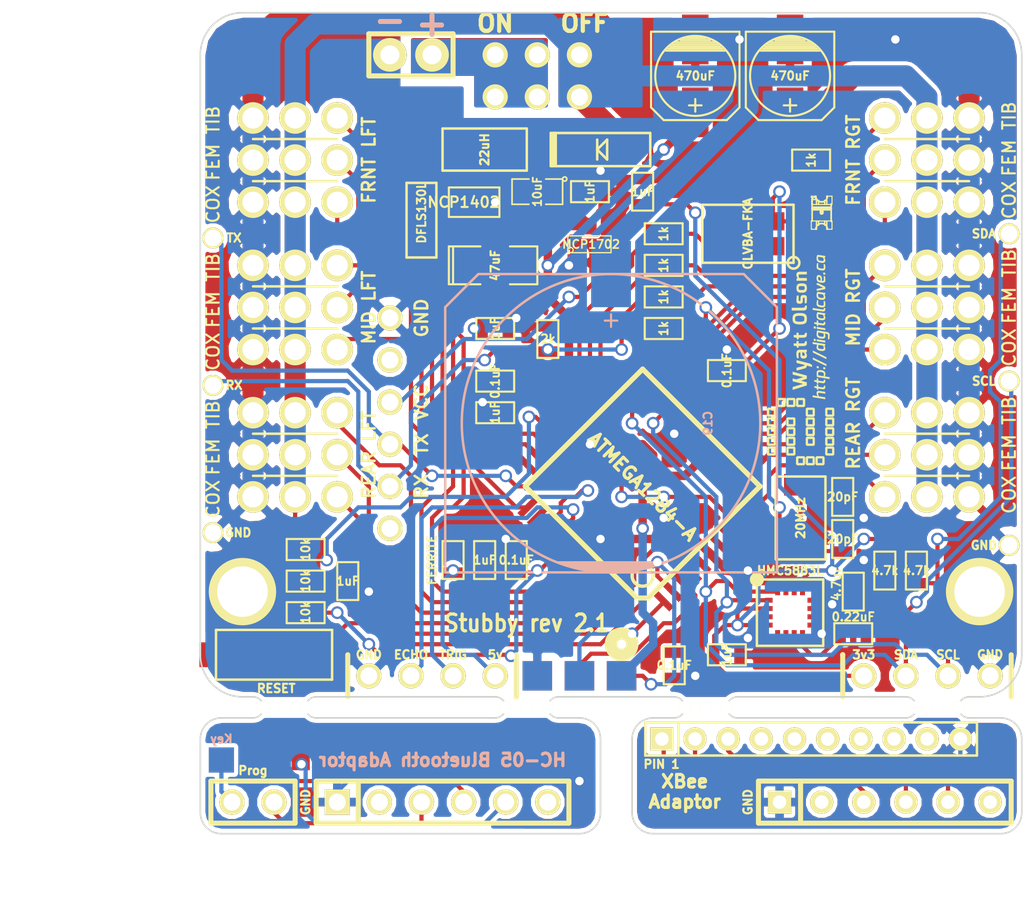
<source format=kicad_pcb>
(kicad_pcb (version 3) (host pcbnew "(22-Jun-2014 BZR 4027)-stable")
  (title_block (title "Stubby Controller") (rev 2.1) (company DigitalCave))
  (layers (15 F.Cu signal) (0 B.Cu signal hide) (18 B.Paste user) (19 F.Paste user) (20 B.SilkS user) (21 F.SilkS user) (22 B.Mask user) (23 F.Mask user) (28 Edge.Cuts user))
  (net 0 "")
  (net 1 +3.3V)
  (net 2 +5V)
  (net 3 +BATT)
  (net 4 /ADC_BATTERY_METER)
  (net 5 /AREF)
  (net 6 /AVR_RX)
  (net 7 /AVR_TX)
  (net 8 /BATTERY)
  (net 9 /BLUETOOTH_GND)
  (net 10 /DIST_ECHO)
  (net 11 /DIST_TRIG)
  (net 12 /I2C_SCL)
  (net 13 /I2C_SDA)
  (net 14 /LED_BL)
  (net 15 /LED_BL_R)
  (net 16 /LED_GR)
  (net 17 /LED_GR_R)
  (net 18 /LED_RD)
  (net 19 /LED_RD_R)
  (net 20 /MISO)
  (net 21 /MODULE_RX)
  (net 22 /MOSI)
  (net 23 /PWM00)
  (net 24 /PWM01)
  (net 25 /PWM02)
  (net 26 /PWM03)
  (net 27 /PWM04)
  (net 28 /PWM05)
  (net 29 /PWM06)
  (net 30 /PWM07)
  (net 31 /PWM08)
  (net 32 /PWM09)
  (net 33 /PWM10)
  (net 34 /PWM11)
  (net 35 /PWM12)
  (net 36 /PWM13)
  (net 37 /PWM14)
  (net 38 /PWM15)
  (net 39 /PWM16)
  (net 40 /PWM17)
  (net 41 /RESET)
  (net 42 /SCK)
  (net 43 /XBEE_GND)
  (net 44 /XTAL1)
  (net 45 /XTAL2)
  (net 46 GND)
  (net 47 N-0000012)
  (net 48 N-0000013)
  (net 49 N-0000014)
  (net 50 N-0000019)
  (net 51 N-0000031)
  (net 52 N-0000032)
  (net 53 N-0000035)
  (net 54 N-0000037)
  (net 55 N-0000038)
  (net 56 N-0000039)
  (net 57 N-0000076)
  (net 58 N-0000077)
  (net 59 N-0000078)
  (net 60 N-0000079)
  (module SIL-10 (layer F.Cu) (at 72.39 58.42)
    (fp_text reference P7 hide)
    (fp_text value CONN_10 hide)
    (pad 1 thru_hole rect (at -9 0) (size 1.397 1.397) (drill 0.8128) (layers *.Cu *.Mask F.SilkS) (net 54 N-0000037))
    (pad 2 thru_hole circle (at -7 0) (size 1.397 1.397) (drill 0.8128) (layers *.Cu *.Mask F.SilkS) (net 55 N-0000038))
    (pad 3 thru_hole circle (at -5 0) (size 1.397 1.397) (drill 0.8128) (layers *.Cu *.Mask F.SilkS) (net 56 N-0000039))
    (pad 4 thru_hole circle (at -3 0) (size 1.397 1.397) (drill 0.8128) (layers *.Cu *.Mask F.SilkS))
    (pad 5 thru_hole circle (at -1 0) (size 1.397 1.397) (drill 0.8128) (layers *.Cu *.Mask F.SilkS))
    (pad 6 thru_hole circle (at 1 0) (size 1.397 1.397) (drill 0.8128) (layers *.Cu *.Mask F.SilkS))
    (pad 7 thru_hole circle (at 3 0) (size 1.397 1.397) (drill 0.8128) (layers *.Cu *.Mask F.SilkS))
    (pad 8 thru_hole circle (at 5 0) (size 1.397 1.397) (drill 0.8128) (layers *.Cu *.Mask F.SilkS))
    (pad 9 thru_hole circle (at 7 0) (size 1.397 1.397) (drill 0.8128) (layers *.Cu *.Mask F.SilkS))
    (pad 10 thru_hole circle (at 9 0) (size 1.397 1.397) (drill 0.8128) (layers *.Cu *.Mask F.SilkS) (net 43 /XBEE_GND))
  )
  (module SOT23 (layer F.Cu) (at 59.055 28.575)
    (fp_text reference VR1 hide)
    (fp_text value MCP1702 (at 0.0635 0) (layer F.SilkS) (effects (font (size 0.50038 0.50038) (thickness 0.09906))))
    (pad 2 smd rect (at 0 -1.09982) (size 0.8001 1.00076) (layers F.Cu F.Paste F.Mask) (net 2 +5V))
    (pad 3 smd rect (at 0.9525 1.09982) (size 0.8001 1.00076) (layers F.Cu F.Paste F.Mask) (net 1 +3.3V))
    (pad 1 smd rect (at -0.9525 1.09982) (size 0.8001 1.00076) (layers F.Cu F.Paste F.Mask) (net 46 GND))
  )
  (module 1pin (layer F.Cu) (at 84.328 46.736)
    (fp_text reference 1PIN hide)
    (fp_text value P*** hide)
    (pad 1 thru_hole circle (at 0 0) (size 1.27 1.27) (drill 1.016) (layers *.Cu *.Mask F.SilkS) (net 46 GND))
  )
  (module 1pin (layer F.Cu) (at 84.328 36.83)
    (fp_text reference 1PIN hide)
    (fp_text value P*** hide)
    (pad 1 thru_hole circle (at 0 0) (size 1.27 1.27) (drill 1.016) (layers *.Cu *.Mask F.SilkS) (net 13 /I2C_SDA))
  )
  (module 1pin (layer F.Cu) (at 84.328 27.94)
    (fp_text reference 1PIN hide)
    (fp_text value P*** hide)
    (pad 1 thru_hole circle (at 0 0) (size 1.27 1.27) (drill 1.016) (layers *.Cu *.Mask F.SilkS) (net 12 /I2C_SCL))
  )
  (module 1pin (layer F.Cu) (at 36.322 45.974)
    (fp_text reference 1PIN hide)
    (fp_text value P*** hide)
    (pad 1 thru_hole circle (at 0 0) (size 1.27 1.27) (drill 1.016) (layers *.Cu *.Mask F.SilkS) (net 46 GND))
  )
  (module 1pin (layer F.Cu) (at 36.322 37.084)
    (fp_text reference 1PIN hide)
    (fp_text value P*** hide)
    (pad 1 thru_hole circle (at 0 0) (size 1.27 1.27) (drill 1.016) (layers *.Cu *.Mask F.SilkS) (net 21 /MODULE_RX))
  )
  (module 1pin (layer F.Cu) (at 36.322 28.194)
    (fp_text reference 1PIN hide)
    (fp_text value P*** hide)
    (pad 1 thru_hole circle (at 0 0) (size 1.27 1.27) (drill 1.016) (layers *.Cu *.Mask F.SilkS) (net 6 /AVR_RX))
  )
  (module 1pin (layer F.Cu) (at 38.1 49.53)
    (fp_text reference 1PIN hide)
    (fp_text value P*** hide)
    (pad 1 thru_hole circle (at 0 0) (size 4.064 4.064) (drill 3.048) (layers *.Cu *.Mask F.SilkS) (net 46 GND))
  )
  (module SIL-2 (layer F.Cu) (at 48.26 17.145 180)
    (fp_text reference P8 hide)
    (fp_text value "BATT (4.8V-6V)" hide)
    (pad 1 thru_hole circle (at -1.27 0 180) (size 2.032 2.032) (drill 1.143) (layers *.Cu *.Mask F.SilkS) (net 8 /BATTERY))
    (pad 2 thru_hole circle (at 1.27 0 180) (size 2.032 2.032) (drill 1.143) (layers *.Cu *.Mask F.SilkS) (net 46 GND))
  )
  (module SIL-4 (layer F.Cu) (at 79.375 54.61)
    (fp_text reference P2 hide)
    (fp_text value CONN_4 hide)
    (pad 1 thru_hole circle (at -3.81 0) (size 1.524 1.524) (drill 1.016) (layers *.Cu *.Mask F.SilkS) (net 1 +3.3V))
    (pad 2 thru_hole circle (at -1.27 0) (size 1.524 1.524) (drill 1.016) (layers *.Cu *.Mask F.SilkS) (net 13 /I2C_SDA))
    (pad 3 thru_hole circle (at 1.27 0) (size 1.524 1.524) (drill 1.016) (layers *.Cu *.Mask F.SilkS) (net 12 /I2C_SCL))
    (pad 4 thru_hole circle (at 3.81 0) (size 1.524 1.524) (drill 1.016) (layers *.Cu *.Mask F.SilkS) (net 46 GND))
  )
  (module SIL-4 (layer F.Cu) (at 49.53 54.61 180)
    (fp_text reference P10 hide)
    (fp_text value CONN_4 hide)
    (pad 1 thru_hole circle (at -3.81 0 180) (size 1.524 1.524) (drill 1.016) (layers *.Cu *.Mask F.SilkS) (net 52 N-0000032))
    (pad 2 thru_hole circle (at -1.27 0 180) (size 1.524 1.524) (drill 1.016) (layers *.Cu *.Mask F.SilkS) (net 11 /DIST_TRIG))
    (pad 3 thru_hole circle (at 1.27 0 180) (size 1.524 1.524) (drill 1.016) (layers *.Cu *.Mask F.SilkS) (net 10 /DIST_ECHO))
    (pad 4 thru_hole circle (at 3.81 0 180) (size 1.524 1.524) (drill 1.016) (layers *.Cu *.Mask F.SilkS) (net 46 GND))
  )
  (module SIL-6 (layer F.Cu) (at 46.99 39.37 270)
    (fp_text reference P11 hide)
    (fp_text value CONN_6 hide)
    (fp_text user RX (at 3.81 -1.905 270) (layer F.SilkS) (effects (font (size 0.762 0.762))))
    (fp_text user TX (at 1.27 -1.905 270) (layer F.SilkS) (effects (font (size 0.762 0.762))))
    (fp_text user VCC (at -1.27 -1.905 270) (layer F.SilkS) (effects (font (size 0.762 0.762))))
    (fp_text user GND (at -6.35 -1.905 270) (layer F.SilkS) (effects (font (size 0.762 0.762))))
    (pad 1 thru_hole circle (at -6.35 0 270) (size 1.524 1.524) (drill 1.016) (layers *.Cu *.Mask F.SilkS) (net 46 GND))
    (pad 2 thru_hole circle (at -3.81 0 270) (size 1.524 1.524) (drill 1.016) (layers *.Cu *.Mask F.SilkS))
    (pad 3 thru_hole circle (at -1.27 0 270) (size 1.524 1.524) (drill 1.016) (layers *.Cu *.Mask F.SilkS) (net 1 +3.3V))
    (pad 4 thru_hole circle (at 1.27 0 270) (size 1.524 1.524) (drill 1.016) (layers *.Cu *.Mask F.SilkS) (net 6 /AVR_RX))
    (pad 5 thru_hole circle (at 3.81 0 270) (size 1.524 1.524) (drill 1.016) (layers *.Cu *.Mask F.SilkS) (net 21 /MODULE_RX))
    (pad 6 thru_hole circle (at 6.35 0 270) (size 1.524 1.524) (drill 1.016) (layers *.Cu *.Mask F.SilkS))
  )
  (module SIL-2 (layer F.Cu) (at 38.735 62.23)
    (fp_text reference P4 hide)
    (fp_text value CONN_2 hide)
    (pad 1 thru_hole circle (at -1.27 0) (size 1.524 1.524) (drill 1.016) (layers *.Cu *.Mask F.SilkS) (net 58 N-0000077))
    (pad 2 thru_hole circle (at 1.27 0) (size 1.524 1.524) (drill 1.016) (layers *.Cu *.Mask F.SilkS) (net 60 N-0000079))
  )
  (module SIL-6 (layer F.Cu) (at 50.165 62.23)
    (fp_text reference P1 hide)
    (fp_text value CONN_6 hide)
    (pad 1 thru_hole rect (at -6.35 0) (size 1.524 1.524) (drill 1.016) (layers *.Cu *.Mask F.SilkS) (net 9 /BLUETOOTH_GND))
    (pad 2 thru_hole circle (at -3.81 0) (size 1.524 1.524) (drill 1.016) (layers *.Cu *.Mask F.SilkS))
    (pad 3 thru_hole circle (at -1.27 0) (size 1.524 1.524) (drill 1.016) (layers *.Cu *.Mask F.SilkS) (net 60 N-0000079))
    (pad 4 thru_hole circle (at 1.27 0) (size 1.524 1.524) (drill 1.016) (layers *.Cu *.Mask F.SilkS) (net 59 N-0000078))
    (pad 5 thru_hole circle (at 3.81 0) (size 1.524 1.524) (drill 1.016) (layers *.Cu *.Mask F.SilkS) (net 57 N-0000076))
    (pad 6 thru_hole circle (at 6.35 0) (size 1.524 1.524) (drill 1.016) (layers *.Cu *.Mask F.SilkS))
  )
  (module SIL-1 (layer B.Cu) (at 36.83 59.69)
    (fp_text reference P5 hide)
    (fp_text value CONN_1 hide)
    (pad 1 smd rect (at 0 0) (size 1.524 1.524) (layers B.Cu B.Paste B.Mask) (net 58 N-0000077))
  )
  (module 1pin (layer F.Cu) (at 82.55 49.53)
    (fp_text reference 1PIN hide)
    (fp_text value P*** hide)
    (pad 1 thru_hole circle (at 0 0) (size 4.064 4.064) (drill 3.048) (layers *.Cu *.Mask F.SilkS) (net 46 GND))
  )
  (module DPDT (layer F.Cu) (at 55.88 18.415)
    (fp_text reference SW2 hide)
    (fp_text value DPDT hide)
    (pad 4 thru_hole circle (at -2.54 1.27) (size 1.524 1.524) (drill 1.016) (layers *.Cu *.Mask F.SilkS) (net 8 /BATTERY))
    (pad 1 thru_hole circle (at -2.54 -1.27) (size 1.524 1.524) (drill 1.016) (layers *.Cu *.Mask F.SilkS) (net 8 /BATTERY))
    (pad 5 thru_hole circle (at 0 1.27) (size 1.524 1.524) (drill 1.016) (layers *.Cu *.Mask F.SilkS) (net 8 /BATTERY))
    (pad 2 thru_hole circle (at 0 -1.27) (size 1.524 1.524) (drill 1.016) (layers *.Cu *.Mask F.SilkS) (net 8 /BATTERY))
    (pad 6 thru_hole circle (at 2.54 1.27) (size 1.524 1.524) (drill 1.016) (layers *.Cu *.Mask F.SilkS) (net 3 +BATT))
    (pad 3 thru_hole circle (at 2.54 -1.27) (size 1.524 1.524) (drill 1.016) (layers *.Cu *.Mask F.SilkS) (net 3 +BATT))
  )
  (module DIGITALCAVE_LOGO_WIDE_SMALL (layer F.Cu) (at 71.755 35.56 90)
    (fp_text reference VAL hide)
    (fp_text value DIGITALCAVE_LOGO_WIDE_SMALL hide)
  )
  (module HEX_LEG (layer F.Cu) (at 41.91 30.48 180)
    (fp_text reference S3 hide)
    (fp_text value "MID LFT" (at -3.81 -1.905 270) (layer F.SilkS) (effects (font (size 0.762 0.762))))
    (fp_text user TIB (at 5.588 0.508 270) (layer F.SilkS) (effects (font (size 0.762 0.762) (thickness 0.127))))
    (fp_text user FEM (at 5.588 -2.032 270) (layer F.SilkS) (effects (font (size 0.762 0.762) (thickness 0.127))))
    (fp_text user COX (at 5.588 -4.572 270) (layer F.SilkS) (effects (font (size 0.762 0.762) (thickness 0.127))))
    (pad 1 thru_hole circle (at -1.905 -4.445 90) (size 1.905 1.905) (drill 1.27) (layers *.Cu *.Mask F.SilkS) (net 29 /PWM06))
    (pad 2 thru_hole circle (at -1.905 -1.905 90) (size 1.905 1.905) (drill 1.27) (layers *.Cu *.Mask F.SilkS) (net 30 /PWM07))
    (pad 3 thru_hole circle (at -1.905 0.635 90) (size 1.905 1.905) (drill 1.27) (layers *.Cu *.Mask F.SilkS) (net 31 /PWM08))
    (pad 4 thru_hole circle (at 0.635 -4.445 90) (size 1.905 1.905) (drill 1.27) (layers *.Cu *.Mask F.SilkS) (net 3 +BATT))
    (pad 5 thru_hole circle (at 0.635 -1.905 90) (size 1.905 1.905) (drill 1.27) (layers *.Cu *.Mask F.SilkS) (net 3 +BATT))
    (pad 6 thru_hole circle (at 0.635 0.635 90) (size 1.905 1.905) (drill 1.27) (layers *.Cu *.Mask F.SilkS) (net 3 +BATT))
    (pad 7 thru_hole circle (at 3.175 -4.445 90) (size 1.905 1.905) (drill 1.27) (layers *.Cu *.Mask F.SilkS) (net 46 GND))
    (pad 8 thru_hole circle (at 3.175 -1.905 90) (size 1.905 1.905) (drill 1.27) (layers *.Cu *.Mask F.SilkS) (net 46 GND))
    (pad 9 thru_hole circle (at 3.175 0.635 90) (size 1.905 1.905) (drill 1.27) (layers *.Cu *.Mask F.SilkS) (net 46 GND))
  )
  (module HEX_LEG (layer F.Cu) (at 41.91 21.59 180)
    (fp_text reference S1 hide)
    (fp_text value "FRNT LFT" (at -3.81 -1.905 270) (layer F.SilkS) (effects (font (size 0.762 0.762))))
    (fp_text user TIB (at 5.588 0.508 270) (layer F.SilkS) (effects (font (size 0.762 0.762) (thickness 0.127))))
    (fp_text user FEM (at 5.588 -2.032 270) (layer F.SilkS) (effects (font (size 0.762 0.762) (thickness 0.127))))
    (fp_text user COX (at 5.588 -4.572 270) (layer F.SilkS) (effects (font (size 0.762 0.762) (thickness 0.127))))
    (pad 1 thru_hole circle (at -1.905 -4.445 90) (size 1.905 1.905) (drill 1.27) (layers *.Cu *.Mask F.SilkS) (net 23 /PWM00))
    (pad 2 thru_hole circle (at -1.905 -1.905 90) (size 1.905 1.905) (drill 1.27) (layers *.Cu *.Mask F.SilkS) (net 24 /PWM01))
    (pad 3 thru_hole circle (at -1.905 0.635 90) (size 1.905 1.905) (drill 1.27) (layers *.Cu *.Mask F.SilkS) (net 25 /PWM02))
    (pad 4 thru_hole circle (at 0.635 -4.445 90) (size 1.905 1.905) (drill 1.27) (layers *.Cu *.Mask F.SilkS) (net 3 +BATT))
    (pad 5 thru_hole circle (at 0.635 -1.905 90) (size 1.905 1.905) (drill 1.27) (layers *.Cu *.Mask F.SilkS) (net 3 +BATT))
    (pad 6 thru_hole circle (at 0.635 0.635 90) (size 1.905 1.905) (drill 1.27) (layers *.Cu *.Mask F.SilkS) (net 3 +BATT))
    (pad 7 thru_hole circle (at 3.175 -4.445 90) (size 1.905 1.905) (drill 1.27) (layers *.Cu *.Mask F.SilkS) (net 46 GND))
    (pad 8 thru_hole circle (at 3.175 -1.905 90) (size 1.905 1.905) (drill 1.27) (layers *.Cu *.Mask F.SilkS) (net 46 GND))
    (pad 9 thru_hole circle (at 3.175 0.635 90) (size 1.905 1.905) (drill 1.27) (layers *.Cu *.Mask F.SilkS) (net 46 GND))
  )
  (module HEX_LEG (layer F.Cu) (at 41.91 39.37 180)
    (fp_text reference S5 hide)
    (fp_text value "REAR LFT" (at -3.81 -1.905 270) (layer F.SilkS) (effects (font (size 0.762 0.762))))
    (fp_text user TIB (at 5.588 0.508 270) (layer F.SilkS) (effects (font (size 0.762 0.762) (thickness 0.127))))
    (fp_text user FEM (at 5.588 -2.032 270) (layer F.SilkS) (effects (font (size 0.762 0.762) (thickness 0.127))))
    (fp_text user COX (at 5.588 -4.572 270) (layer F.SilkS) (effects (font (size 0.762 0.762) (thickness 0.127))))
    (pad 1 thru_hole circle (at -1.905 -4.445 90) (size 1.905 1.905) (drill 1.27) (layers *.Cu *.Mask F.SilkS) (net 35 /PWM12))
    (pad 2 thru_hole circle (at -1.905 -1.905 90) (size 1.905 1.905) (drill 1.27) (layers *.Cu *.Mask F.SilkS) (net 36 /PWM13))
    (pad 3 thru_hole circle (at -1.905 0.635 90) (size 1.905 1.905) (drill 1.27) (layers *.Cu *.Mask F.SilkS) (net 37 /PWM14))
    (pad 4 thru_hole circle (at 0.635 -4.445 90) (size 1.905 1.905) (drill 1.27) (layers *.Cu *.Mask F.SilkS) (net 3 +BATT))
    (pad 5 thru_hole circle (at 0.635 -1.905 90) (size 1.905 1.905) (drill 1.27) (layers *.Cu *.Mask F.SilkS) (net 3 +BATT))
    (pad 6 thru_hole circle (at 0.635 0.635 90) (size 1.905 1.905) (drill 1.27) (layers *.Cu *.Mask F.SilkS) (net 3 +BATT))
    (pad 7 thru_hole circle (at 3.175 -4.445 90) (size 1.905 1.905) (drill 1.27) (layers *.Cu *.Mask F.SilkS) (net 46 GND))
    (pad 8 thru_hole circle (at 3.175 -1.905 90) (size 1.905 1.905) (drill 1.27) (layers *.Cu *.Mask F.SilkS) (net 46 GND))
    (pad 9 thru_hole circle (at 3.175 0.635 90) (size 1.905 1.905) (drill 1.27) (layers *.Cu *.Mask F.SilkS) (net 46 GND))
  )
  (module HEX_LEG_REVERSE (layer F.Cu) (at 78.74 25.4)
    (fp_text reference S2 hide)
    (fp_text value "FRNT RGT" (at -3.81 -1.905 90) (layer F.SilkS) (effects (font (size 0.762 0.762))))
    (fp_text user TIB (at 5.588 -4.572 90) (layer F.SilkS) (effects (font (size 0.762 0.762) (thickness 0.127))))
    (fp_text user FEM (at 5.588 -2.032 90) (layer F.SilkS) (effects (font (size 0.762 0.762) (thickness 0.127))))
    (fp_text user COX (at 5.588 0.508 90) (layer F.SilkS) (effects (font (size 0.762 0.762) (thickness 0.127))))
    (pad 1 thru_hole circle (at -1.905 -4.445 270) (size 1.905 1.905) (drill 1.27) (layers *.Cu *.Mask F.SilkS) (net 26 /PWM03))
    (pad 2 thru_hole circle (at -1.905 -1.905 270) (size 1.905 1.905) (drill 1.27) (layers *.Cu *.Mask F.SilkS) (net 27 /PWM04))
    (pad 3 thru_hole circle (at -1.905 0.635 270) (size 1.905 1.905) (drill 1.27) (layers *.Cu *.Mask F.SilkS) (net 28 /PWM05))
    (pad 4 thru_hole circle (at 0.635 -4.445 270) (size 1.905 1.905) (drill 1.27) (layers *.Cu *.Mask F.SilkS) (net 3 +BATT))
    (pad 5 thru_hole circle (at 0.635 -1.905 270) (size 1.905 1.905) (drill 1.27) (layers *.Cu *.Mask F.SilkS) (net 3 +BATT))
    (pad 6 thru_hole circle (at 0.635 0.635 270) (size 1.905 1.905) (drill 1.27) (layers *.Cu *.Mask F.SilkS) (net 3 +BATT))
    (pad 7 thru_hole circle (at 3.175 -4.445 270) (size 1.905 1.905) (drill 1.27) (layers *.Cu *.Mask F.SilkS) (net 46 GND))
    (pad 8 thru_hole circle (at 3.175 -1.905 270) (size 1.905 1.905) (drill 1.27) (layers *.Cu *.Mask F.SilkS) (net 46 GND))
    (pad 9 thru_hole circle (at 3.175 0.635 270) (size 1.905 1.905) (drill 1.27) (layers *.Cu *.Mask F.SilkS) (net 46 GND))
  )
  (module HEX_LEG_REVERSE (layer F.Cu) (at 78.74 34.29)
    (fp_text reference S4 hide)
    (fp_text value "MID RGT" (at -3.81 -1.905 90) (layer F.SilkS) (effects (font (size 0.762 0.762))))
    (fp_text user TIB (at 5.588 -4.572 90) (layer F.SilkS) (effects (font (size 0.762 0.762) (thickness 0.127))))
    (fp_text user FEM (at 5.588 -2.032 90) (layer F.SilkS) (effects (font (size 0.762 0.762) (thickness 0.127))))
    (fp_text user COX (at 5.588 0.508 90) (layer F.SilkS) (effects (font (size 0.762 0.762) (thickness 0.127))))
    (pad 1 thru_hole circle (at -1.905 -4.445 270) (size 1.905 1.905) (drill 1.27) (layers *.Cu *.Mask F.SilkS) (net 32 /PWM09))
    (pad 2 thru_hole circle (at -1.905 -1.905 270) (size 1.905 1.905) (drill 1.27) (layers *.Cu *.Mask F.SilkS) (net 33 /PWM10))
    (pad 3 thru_hole circle (at -1.905 0.635 270) (size 1.905 1.905) (drill 1.27) (layers *.Cu *.Mask F.SilkS) (net 34 /PWM11))
    (pad 4 thru_hole circle (at 0.635 -4.445 270) (size 1.905 1.905) (drill 1.27) (layers *.Cu *.Mask F.SilkS) (net 3 +BATT))
    (pad 5 thru_hole circle (at 0.635 -1.905 270) (size 1.905 1.905) (drill 1.27) (layers *.Cu *.Mask F.SilkS) (net 3 +BATT))
    (pad 6 thru_hole circle (at 0.635 0.635 270) (size 1.905 1.905) (drill 1.27) (layers *.Cu *.Mask F.SilkS) (net 3 +BATT))
    (pad 7 thru_hole circle (at 3.175 -4.445 270) (size 1.905 1.905) (drill 1.27) (layers *.Cu *.Mask F.SilkS) (net 46 GND))
    (pad 8 thru_hole circle (at 3.175 -1.905 270) (size 1.905 1.905) (drill 1.27) (layers *.Cu *.Mask F.SilkS) (net 46 GND))
    (pad 9 thru_hole circle (at 3.175 0.635 270) (size 1.905 1.905) (drill 1.27) (layers *.Cu *.Mask F.SilkS) (net 46 GND))
  )
  (module HEX_LEG_REVERSE (layer F.Cu) (at 78.74 43.18)
    (fp_text reference S6 hide)
    (fp_text value "REAR RGT" (at -3.81 -3.81 90) (layer F.SilkS) (effects (font (size 0.762 0.762))))
    (fp_text user TIB (at 5.588 -4.572 90) (layer F.SilkS) (effects (font (size 0.762 0.762) (thickness 0.127))))
    (fp_text user FEM (at 5.588 -2.032 90) (layer F.SilkS) (effects (font (size 0.762 0.762) (thickness 0.127))))
    (fp_text user COX (at 5.588 0.508 90) (layer F.SilkS) (effects (font (size 0.762 0.762) (thickness 0.127))))
    (pad 1 thru_hole circle (at -1.905 -4.445 270) (size 1.905 1.905) (drill 1.27) (layers *.Cu *.Mask F.SilkS) (net 38 /PWM15))
    (pad 2 thru_hole circle (at -1.905 -1.905 270) (size 1.905 1.905) (drill 1.27) (layers *.Cu *.Mask F.SilkS) (net 39 /PWM16))
    (pad 3 thru_hole circle (at -1.905 0.635 270) (size 1.905 1.905) (drill 1.27) (layers *.Cu *.Mask F.SilkS) (net 40 /PWM17))
    (pad 4 thru_hole circle (at 0.635 -4.445 270) (size 1.905 1.905) (drill 1.27) (layers *.Cu *.Mask F.SilkS) (net 3 +BATT))
    (pad 5 thru_hole circle (at 0.635 -1.905 270) (size 1.905 1.905) (drill 1.27) (layers *.Cu *.Mask F.SilkS) (net 3 +BATT))
    (pad 6 thru_hole circle (at 0.635 0.635 270) (size 1.905 1.905) (drill 1.27) (layers *.Cu *.Mask F.SilkS) (net 3 +BATT))
    (pad 7 thru_hole circle (at 3.175 -4.445 270) (size 1.905 1.905) (drill 1.27) (layers *.Cu *.Mask F.SilkS) (net 46 GND))
    (pad 8 thru_hole circle (at 3.175 -1.905 270) (size 1.905 1.905) (drill 1.27) (layers *.Cu *.Mask F.SilkS) (net 46 GND))
    (pad 9 thru_hole circle (at 3.175 0.635 270) (size 1.905 1.905) (drill 1.27) (layers *.Cu *.Mask F.SilkS) (net 46 GND))
  )
  (module TQFP44 (layer F.Cu) (at 62.23 43.18 135)
    (fp_text reference IC1 hide)
    (fp_text value ATMEGA1284-A (at 0 0 135) (layer F.SilkS) (effects (font (size 0.762 0.762) (thickness 0.1905))))
    (pad 39 smd rect (at 0 -5.715 135) (size 0.4064 1.524) (layers F.Cu F.Paste F.Mask) (net 46 GND))
    (pad 40 smd rect (at -0.8001 -5.715 135) (size 0.4064 1.524) (layers F.Cu F.Paste F.Mask) (net 30 /PWM07))
    (pad 41 smd rect (at -1.6002 -5.715 135) (size 0.4064 1.524) (layers F.Cu F.Paste F.Mask) (net 29 /PWM06))
    (pad 42 smd rect (at -2.4003 -5.715 135) (size 0.4064 1.524) (layers F.Cu F.Paste F.Mask) (net 37 /PWM14))
    (pad 43 smd rect (at -3.2004 -5.715 135) (size 0.4064 1.524) (layers F.Cu F.Paste F.Mask) (net 36 /PWM13))
    (pad 44 smd rect (at -4.0005 -5.715 135) (size 0.4064 1.524) (layers F.Cu F.Paste F.Mask) (net 35 /PWM12))
    (pad 38 smd rect (at 0.8001 -5.715 135) (size 0.4064 1.524) (layers F.Cu F.Paste F.Mask) (net 2 +5V))
    (pad 37 smd rect (at 1.6002 -5.715 135) (size 0.4064 1.524) (layers F.Cu F.Paste F.Mask) (net 11 /DIST_TRIG))
    (pad 36 smd rect (at 2.4003 -5.715 135) (size 0.4064 1.524) (layers F.Cu F.Paste F.Mask) (net 10 /DIST_ECHO))
    (pad 35 smd rect (at 3.2004 -5.715 135) (size 0.4064 1.524) (layers F.Cu F.Paste F.Mask))
    (pad 34 smd rect (at 4.0005 -5.715 135) (size 0.4064 1.524) (layers F.Cu F.Paste F.Mask) (net 31 /PWM08))
    (pad 17 smd rect (at 0 5.715 135) (size 0.4064 1.524) (layers F.Cu F.Paste F.Mask) (net 2 +5V))
    (pad 16 smd rect (at -0.8001 5.715 135) (size 0.4064 1.524) (layers F.Cu F.Paste F.Mask) (net 32 /PWM09))
    (pad 15 smd rect (at -1.6002 5.715 135) (size 0.4064 1.524) (layers F.Cu F.Paste F.Mask) (net 33 /PWM10))
    (pad 14 smd rect (at -2.4003 5.715 135) (size 0.4064 1.524) (layers F.Cu F.Paste F.Mask) (net 34 /PWM11))
    (pad 13 smd rect (at -3.2004 5.715 135) (size 0.4064 1.524) (layers F.Cu F.Paste F.Mask) (net 38 /PWM15))
    (pad 12 smd rect (at -4.0005 5.715 135) (size 0.4064 1.524) (layers F.Cu F.Paste F.Mask) (net 39 /PWM16))
    (pad 18 smd rect (at 0.8001 5.715 135) (size 0.4064 1.524) (layers F.Cu F.Paste F.Mask) (net 46 GND))
    (pad 19 smd rect (at 1.6002 5.715 135) (size 0.4064 1.524) (layers F.Cu F.Paste F.Mask) (net 12 /I2C_SCL))
    (pad 20 smd rect (at 2.4003 5.715 135) (size 0.4064 1.524) (layers F.Cu F.Paste F.Mask) (net 13 /I2C_SDA))
    (pad 21 smd rect (at 3.2004 5.715 135) (size 0.4064 1.524) (layers F.Cu F.Paste F.Mask) (net 28 /PWM05))
    (pad 22 smd rect (at 4.0005 5.715 135) (size 0.4064 1.524) (layers F.Cu F.Paste F.Mask) (net 27 /PWM04))
    (pad 6 smd rect (at -5.715 0 135) (size 1.524 0.4064) (layers F.Cu F.Paste F.Mask) (net 46 GND))
    (pad 28 smd rect (at 5.715 0 135) (size 1.524 0.4064) (layers F.Cu F.Paste F.Mask) (net 46 GND))
    (pad 7 smd rect (at -5.715 0.8001 135) (size 1.524 0.4064) (layers F.Cu F.Paste F.Mask) (net 45 /XTAL2))
    (pad 27 smd rect (at 5.715 0.8001 135) (size 1.524 0.4064) (layers F.Cu F.Paste F.Mask) (net 2 +5V))
    (pad 26 smd rect (at 5.715 1.6002 135) (size 1.524 0.4064) (layers F.Cu F.Paste F.Mask) (net 16 /LED_GR))
    (pad 8 smd rect (at -5.715 1.6002 135) (size 1.524 0.4064) (layers F.Cu F.Paste F.Mask) (net 44 /XTAL1))
    (pad 9 smd rect (at -5.715 2.4003 135) (size 1.524 0.4064) (layers F.Cu F.Paste F.Mask) (net 6 /AVR_RX))
    (pad 25 smd rect (at 5.715 2.4003 135) (size 1.524 0.4064) (layers F.Cu F.Paste F.Mask) (net 14 /LED_BL))
    (pad 24 smd rect (at 5.715 3.2004 135) (size 1.524 0.4064) (layers F.Cu F.Paste F.Mask) (net 18 /LED_RD))
    (pad 10 smd rect (at -5.715 3.2004 135) (size 1.524 0.4064) (layers F.Cu F.Paste F.Mask) (net 7 /AVR_TX))
    (pad 11 smd rect (at -5.715 4.0005 135) (size 1.524 0.4064) (layers F.Cu F.Paste F.Mask) (net 40 /PWM17))
    (pad 23 smd rect (at 5.715 4.0005 135) (size 1.524 0.4064) (layers F.Cu F.Paste F.Mask) (net 26 /PWM03))
    (pad 29 smd rect (at 5.715 -0.8001 135) (size 1.524 0.4064) (layers F.Cu F.Paste F.Mask) (net 5 /AREF))
    (pad 5 smd rect (at -5.715 -0.8001 135) (size 1.524 0.4064) (layers F.Cu F.Paste F.Mask) (net 2 +5V))
    (pad 4 smd rect (at -5.715 -1.6002 135) (size 1.524 0.4064) (layers F.Cu F.Paste F.Mask) (net 41 /RESET))
    (pad 30 smd rect (at 5.715 -1.6002 135) (size 1.524 0.4064) (layers F.Cu F.Paste F.Mask) (net 4 /ADC_BATTERY_METER))
    (pad 31 smd rect (at 5.715 -2.4003 135) (size 1.524 0.4064) (layers F.Cu F.Paste F.Mask) (net 25 /PWM02))
    (pad 3 smd rect (at -5.715 -2.4003 135) (size 1.524 0.4064) (layers F.Cu F.Paste F.Mask) (net 42 /SCK))
    (pad 2 smd rect (at -5.715 -3.2004 135) (size 1.524 0.4064) (layers F.Cu F.Paste F.Mask) (net 20 /MISO))
    (pad 32 smd rect (at 5.715 -3.2004 135) (size 1.524 0.4064) (layers F.Cu F.Paste F.Mask) (net 24 /PWM01))
    (pad 33 smd rect (at 5.715 -4.0005 135) (size 1.524 0.4064) (layers F.Cu F.Paste F.Mask) (net 23 /PWM00))
    (pad 1 smd rect (at -5.715 -4.0005 135) (size 1.524 0.4064) (layers F.Cu F.Paste F.Mask) (net 22 /MOSI))
  )
  (module HC05_Edge (layer F.Cu) (at 54.61 59.055)
    (fp_text reference P3 hide)
    (fp_text value CONN_13 hide)
    (pad 1 smd rect (at -14.5 0) (size 1.1 2.5) (layers F.Cu F.Paste F.Mask) (net 59 N-0000078))
    (pad 2 smd rect (at -13 0) (size 1.1 2.5) (layers F.Cu F.Paste F.Mask) (net 57 N-0000076))
    (pad 3 smd rect (at -11.5 0) (size 1.1 2.5) (layers F.Cu F.Paste F.Mask))
    (pad 4 smd rect (at -10 0) (size 1.1 2.5) (layers F.Cu F.Paste F.Mask))
    (pad 5 smd rect (at -8.5 0) (size 1.1 2.5) (layers F.Cu F.Paste F.Mask))
    (pad 6 smd rect (at -7 0) (size 1.1 2.5) (layers F.Cu F.Paste F.Mask))
    (pad 7 smd rect (at -5.5 0) (size 1.1 2.5) (layers F.Cu F.Paste F.Mask))
    (pad 8 smd rect (at -4 0) (size 1.1 2.5) (layers F.Cu F.Paste F.Mask))
    (pad 9 smd rect (at -2.5 0) (size 1.1 2.5) (layers F.Cu F.Paste F.Mask))
    (pad 10 smd rect (at -1 0) (size 1.1 2.5) (layers F.Cu F.Paste F.Mask))
    (pad 11 smd rect (at 0.5 0) (size 1.1 2.5) (layers F.Cu F.Paste F.Mask))
    (pad 12 smd rect (at 2 0) (size 1.1 2.5) (layers F.Cu F.Paste F.Mask) (net 60 N-0000079))
    (pad 13 smd rect (at 3.5 0) (size 1.1 2.5) (layers F.Cu F.Paste F.Mask) (net 9 /BLUETOOTH_GND))
  )
  (module SM0603_VALUE (layer F.Cu) (at 72.39 23.495)
    (fp_text reference R4 hide)
    (fp_text value 1k (at 0 0 90) (layer F.SilkS) (effects (font (size 0.508 0.508) (thickness 0.1143))))
    (pad 1 smd rect (at -0.762 0) (size 0.635 1.143) (layers F.Cu F.Paste F.Mask) (net 46 GND))
    (pad 2 smd rect (at 0.762 0) (size 0.635 1.143) (layers F.Cu F.Paste F.Mask) (net 53 N-0000035))
  )
  (module SM0603_VALUE (layer F.Cu) (at 74.295 46.355 270)
    (fp_text reference C8 hide)
    (fp_text value 20pF (at 0 0 360) (layer F.SilkS) (effects (font (size 0.508 0.508) (thickness 0.1143))))
    (pad 1 smd rect (at -0.762 0 270) (size 0.635 1.143) (layers F.Cu F.Paste F.Mask) (net 46 GND))
    (pad 2 smd rect (at 0.762 0 270) (size 0.635 1.143) (layers F.Cu F.Paste F.Mask) (net 45 /XTAL2))
  )
  (module SM0603_VALUE (layer F.Cu) (at 74.295 43.815 90)
    (fp_text reference C9 hide)
    (fp_text value 20pF (at 0 0 180) (layer F.SilkS) (effects (font (size 0.508 0.508) (thickness 0.1143))))
    (pad 1 smd rect (at -0.762 0 90) (size 0.635 1.143) (layers F.Cu F.Paste F.Mask) (net 46 GND))
    (pad 2 smd rect (at 0.762 0 90) (size 0.635 1.143) (layers F.Cu F.Paste F.Mask) (net 44 /XTAL1))
  )
  (module SM0603_VALUE (layer F.Cu) (at 63.5 33.655 180)
    (fp_text reference R7 hide)
    (fp_text value 1k (at 0 0 270) (layer F.SilkS) (effects (font (size 0.508 0.508) (thickness 0.1143))))
    (pad 1 smd rect (at -0.762 0 180) (size 0.635 1.143) (layers F.Cu F.Paste F.Mask) (net 7 /AVR_TX))
    (pad 2 smd rect (at 0.762 0 180) (size 0.635 1.143) (layers F.Cu F.Paste F.Mask) (net 21 /MODULE_RX))
  )
  (module SM0603_VALUE (layer F.Cu) (at 41.91 50.8 180)
    (fp_text reference R3 hide)
    (fp_text value 10k (at 0 0 270) (layer F.SilkS) (effects (font (size 0.508 0.508) (thickness 0.1143))))
    (pad 1 smd rect (at -0.762 0 180) (size 0.635 1.143) (layers F.Cu F.Paste F.Mask) (net 2 +5V))
    (pad 2 smd rect (at 0.762 0 180) (size 0.635 1.143) (layers F.Cu F.Paste F.Mask) (net 41 /RESET))
  )
  (module SM0603_VALUE (layer F.Cu) (at 53.34 38.735)
    (fp_text reference C6 hide)
    (fp_text value 1uF (at 0 0 90) (layer F.SilkS) (effects (font (size 0.508 0.508) (thickness 0.1143))))
    (pad 1 smd rect (at -0.762 0) (size 0.635 1.143) (layers F.Cu F.Paste F.Mask) (net 46 GND))
    (pad 2 smd rect (at 0.762 0) (size 0.635 1.143) (layers F.Cu F.Paste F.Mask) (net 5 /AREF))
  )
  (module SM0603_VALUE (layer F.Cu) (at 54.61 47.625 90)
    (fp_text reference C13 hide)
    (fp_text value 0.1uF (at 0 0 180) (layer F.SilkS) (effects (font (size 0.508 0.508) (thickness 0.1143))))
    (pad 1 smd rect (at -0.762 0 90) (size 0.635 1.143) (layers F.Cu F.Paste F.Mask) (net 2 +5V))
    (pad 2 smd rect (at 0.762 0 90) (size 0.635 1.143) (layers F.Cu F.Paste F.Mask) (net 46 GND))
  )
  (module SM0603_VALUE (layer F.Cu) (at 53.34 36.83 180)
    (fp_text reference C12 hide)
    (fp_text value 0.1uF (at 0 0 270) (layer F.SilkS) (effects (font (size 0.508 0.508) (thickness 0.1143))))
    (pad 1 smd rect (at -0.762 0 180) (size 0.635 1.143) (layers F.Cu F.Paste F.Mask) (net 2 +5V))
    (pad 2 smd rect (at 0.762 0 180) (size 0.635 1.143) (layers F.Cu F.Paste F.Mask) (net 46 GND))
  )
  (module SM0603_VALUE (layer F.Cu) (at 41.91 46.99)
    (fp_text reference R5 hide)
    (fp_text value 10k (at 0 0 90) (layer F.SilkS) (effects (font (size 0.508 0.508) (thickness 0.1143))))
    (pad 1 smd rect (at -0.762 0) (size 0.635 1.143) (layers F.Cu F.Paste F.Mask) (net 3 +BATT))
    (pad 2 smd rect (at 0.762 0) (size 0.635 1.143) (layers F.Cu F.Paste F.Mask) (net 4 /ADC_BATTERY_METER))
  )
  (module SM0603_VALUE (layer F.Cu) (at 41.91 48.895)
    (fp_text reference R6 hide)
    (fp_text value 10k (at 0 0 90) (layer F.SilkS) (effects (font (size 0.508 0.508) (thickness 0.1143))))
    (pad 1 smd rect (at -0.762 0) (size 0.635 1.143) (layers F.Cu F.Paste F.Mask) (net 46 GND))
    (pad 2 smd rect (at 0.762 0) (size 0.635 1.143) (layers F.Cu F.Paste F.Mask) (net 4 /ADC_BATTERY_METER))
  )
  (module SM0603_VALUE (layer F.Cu) (at 63.5 27.94)
    (fp_text reference R9 hide)
    (fp_text value 1k (at 0 0 90) (layer F.SilkS) (effects (font (size 0.508 0.508) (thickness 0.1143))))
    (pad 1 smd rect (at -0.762 0) (size 0.635 1.143) (layers F.Cu F.Paste F.Mask) (net 16 /LED_GR))
    (pad 2 smd rect (at 0.762 0) (size 0.635 1.143) (layers F.Cu F.Paste F.Mask) (net 17 /LED_GR_R))
  )
  (module SM0603_VALUE (layer F.Cu) (at 63.5 31.75)
    (fp_text reference R11 hide)
    (fp_text value 1k (at 0 0 90) (layer F.SilkS) (effects (font (size 0.508 0.508) (thickness 0.1143))))
    (pad 1 smd rect (at -0.762 0) (size 0.635 1.143) (layers F.Cu F.Paste F.Mask) (net 18 /LED_RD))
    (pad 2 smd rect (at 0.762 0) (size 0.635 1.143) (layers F.Cu F.Paste F.Mask) (net 19 /LED_RD_R))
  )
  (module SM0603_VALUE (layer F.Cu) (at 63.5 29.845)
    (fp_text reference R10 hide)
    (fp_text value 1k (at 0 0 90) (layer F.SilkS) (effects (font (size 0.508 0.508) (thickness 0.1143))))
    (pad 1 smd rect (at -0.762 0) (size 0.635 1.143) (layers F.Cu F.Paste F.Mask) (net 14 /LED_BL))
    (pad 2 smd rect (at 0.762 0) (size 0.635 1.143) (layers F.Cu F.Paste F.Mask) (net 15 /LED_BL_R))
  )
  (module LED-0805-MARKED_ANODE (layer F.Cu) (at 73.025 26.67 90)
    (fp_text reference D3 hide)
    (fp_text value LED hide)
    (pad 1 smd rect (at -1.04902 0 90) (size 1.19888 1.19888) (layers F.Cu F.Paste F.Mask) (net 2 +5V))
    (pad 2 smd rect (at 1.04902 0 90) (size 1.19888 1.19888) (layers F.Cu F.Paste F.Mask) (net 53 N-0000035))
  )
  (module SOT23-5 (layer F.Cu) (at 52.07 26.035)
    (fp_text reference VR2 hide)
    (fp_text value NCP1402 (at -0.635 0) (layer F.SilkS) (effects (font (size 0.635 0.635) (thickness 0.127))))
    (pad 1 smd rect (at -0.9525 1.27) (size 0.508 0.762) (layers F.Cu F.Paste F.Mask) (net 2 +5V))
    (pad 3 smd rect (at 0.9525 1.27) (size 0.508 0.762) (layers F.Cu F.Paste F.Mask))
    (pad 5 smd rect (at -0.9525 -1.27) (size 0.508 0.762) (layers F.Cu F.Paste F.Mask) (net 50 N-0000019))
    (pad 2 smd rect (at 0 1.27) (size 0.508 0.762) (layers F.Cu F.Paste F.Mask) (net 2 +5V))
    (pad 4 smd rect (at 0.9525 -1.27) (size 0.508 0.762) (layers F.Cu F.Paste F.Mask) (net 46 GND))
  )
  (module SM1206POL (layer F.Cu) (at 53.34 29.845)
    (fp_text reference C4 hide)
    (fp_text value 47uF (at 0 0 270) (layer F.SilkS) (effects (font (size 0.508 0.508) (thickness 0.127))))
    (pad 1 smd rect (at -1.651 0) (size 1.524 2.032) (layers F.Cu F.Paste F.Mask) (net 2 +5V))
    (pad 2 smd rect (at 1.651 0) (size 1.524 2.032) (layers F.Cu F.Paste F.Mask) (net 46 GND))
  )
  (module SM0805 (layer F.Cu) (at 55.88 25.4 180)
    (fp_text reference C1 hide)
    (fp_text value 10uF (at 0 0 450) (layer F.SilkS) (effects (font (size 0.50038 0.50038) (thickness 0.10922))))
    (pad 1 smd rect (at -0.9525 0 180) (size 0.889 1.397) (layers F.Cu F.Paste F.Mask) (net 51 N-0000031))
    (pad 2 smd rect (at 0.9525 0 180) (size 0.889 1.397) (layers F.Cu F.Paste F.Mask) (net 46 GND))
  )
  (module POWERDI_123 (layer F.Cu) (at 48.895 26.67 270)
    (fp_text reference D2 hide)
    (fp_text value DFLS130L (at 0 0 270) (layer F.SilkS) (effects (font (size 0.508 0.508) (thickness 0.1143))))
    (pad 1 smd rect (at -1.15 0 270) (size 0.9 1.4) (layers F.Cu F.Paste F.Mask) (net 50 N-0000019))
    (pad 2 smd rect (at 1.4 0 270) (size 2.2 1.4) (layers F.Cu F.Paste F.Mask) (net 2 +5V))
  )
  (module SM1007 (layer F.Cu) (at 52.705 22.86 180)
    (fp_text reference L1 hide)
    (fp_text value 22uH (at 0 0 270) (layer F.SilkS) (effects (font (size 0.508 0.508) (thickness 0.127))))
    (pad 1 smd rect (at -1.524 0 180) (size 1.778 1.778) (layers F.Cu F.Paste F.Mask) (net 51 N-0000031))
    (pad 2 smd rect (at 1.524 0 180) (size 1.778 1.778) (layers F.Cu F.Paste F.Mask) (net 50 N-0000019))
  )
  (module 4-PLCC (layer F.Cu) (at 68.58 27.94 180)
    (fp_text reference D4 hide)
    (fp_text value CLVBA-FKA (at 0 0 270) (layer F.SilkS) (effects (font (size 0.508 0.508) (thickness 0.127))))
    (pad 1 smd rect (at -1.5 -0.75 180) (size 1.4 1.1) (layers F.Cu F.Paste F.Mask) (net 19 /LED_RD_R))
    (pad 2 smd rect (at -1.5 0.75 180) (size 1.4 1.1) (layers F.Cu F.Paste F.Mask) (net 2 +5V))
    (pad 3 smd rect (at 1.5 0.75 180) (size 1.4 1.1) (layers F.Cu F.Paste F.Mask) (net 15 /LED_BL_R))
    (pad 4 smd rect (at 1.5 -0.75 180) (size 1.4 1.1) (layers F.Cu F.Paste F.Mask) (net 17 /LED_GR_R))
  )
  (module SM0603_VALUE (layer F.Cu) (at 67.31 36.195 180)
    (fp_text reference C11 hide)
    (fp_text value 0.1uF (at 0 0 270) (layer F.SilkS) (effects (font (size 0.508 0.508) (thickness 0.1143))))
    (pad 1 smd rect (at -0.762 0 180) (size 0.635 1.143) (layers F.Cu F.Paste F.Mask) (net 2 +5V))
    (pad 2 smd rect (at 0.762 0 180) (size 0.635 1.143) (layers F.Cu F.Paste F.Mask) (net 46 GND))
  )
  (module SM0603_VALUE (layer F.Cu) (at 53.34 33.655 180)
    (fp_text reference C18 hide)
    (fp_text value 1uF (at 0 0 270) (layer F.SilkS) (effects (font (size 0.508 0.508) (thickness 0.1143))))
    (pad 1 smd rect (at -0.762 0 180) (size 0.635 1.143) (layers F.Cu F.Paste F.Mask) (net 46 GND))
    (pad 2 smd rect (at 0.762 0 180) (size 0.635 1.143) (layers F.Cu F.Paste F.Mask) (net 1 +3.3V))
  )
  (module SM0603_VALUE (layer F.Cu) (at 78.74 48.26 90)
    (fp_text reference R1 hide)
    (fp_text value 4.7k (at 0 0 180) (layer F.SilkS) (effects (font (size 0.508 0.508) (thickness 0.1143))))
    (pad 1 smd rect (at -0.762 0 90) (size 0.635 1.143) (layers F.Cu F.Paste F.Mask) (net 12 /I2C_SCL))
    (pad 2 smd rect (at 0.762 0 90) (size 0.635 1.143) (layers F.Cu F.Paste F.Mask) (net 1 +3.3V))
  )
  (module SM0603_VALUE (layer F.Cu) (at 76.835 48.26 90)
    (fp_text reference R2 hide)
    (fp_text value 4.7k (at 0 0 180) (layer F.SilkS) (effects (font (size 0.508 0.508) (thickness 0.1143))))
    (pad 1 smd rect (at -0.762 0 90) (size 0.635 1.143) (layers F.Cu F.Paste F.Mask) (net 13 /I2C_SDA))
    (pad 2 smd rect (at 0.762 0 90) (size 0.635 1.143) (layers F.Cu F.Paste F.Mask) (net 1 +3.3V))
  )
  (module ISP_EDGE (layer F.Cu) (at 58.42 57.15)
    (fp_text reference P9 hide)
    (fp_text value PROG hide)
    (pad 5 smd rect (at -2.54 -2.54) (size 1.778 1.778) (layers F.Cu F.Paste F.Mask) (net 41 /RESET))
    (pad 3 smd rect (at 0 -2.54) (size 1.778 1.778) (layers F.Cu F.Paste F.Mask) (net 42 /SCK))
    (pad 1 smd rect (at 2.54 -2.54) (size 1.778 1.778) (layers F.Cu F.Paste F.Mask) (net 20 /MISO))
    (pad 6 smd rect (at -2.54 -2.54) (size 1.778 1.778) (layers B.Cu F.Paste F.Mask) (net 46 GND))
    (pad 4 smd rect (at 0 -2.54) (size 1.778 1.778) (layers B.Cu F.Paste F.Mask) (net 22 /MOSI))
    (pad 2 smd rect (at 2.54 -2.54) (size 1.778 1.778) (layers B.Cu F.Paste F.Mask) (net 2 +5V))
  )
  (module CRYSTAL_SMD_5x3.2 (layer F.Cu) (at 71.755 45.085 270)
    (fp_text reference X1 hide)
    (fp_text value 20MHz (at 0 0 270) (layer F.SilkS) (effects (font (size 0.508 0.508) (thickness 0.127))))
    (pad 1 smd rect (at -2 0 270) (size 1.3 2) (layers F.Cu F.Paste F.Mask) (net 44 /XTAL1))
    (pad 2 smd rect (at 2 0 270) (size 1.3 2) (layers F.Cu F.Paste F.Mask) (net 45 /XTAL2))
  )
  (module SM0603_VALUE (layer F.Cu) (at 74.93 49.53 90)
    (fp_text reference C7 hide)
    (fp_text value 4.7uF (at 0.508 -1.016 90) (layer F.SilkS) (effects (font (size 0.508 0.508) (thickness 0.1143))))
    (pad 1 smd rect (at -0.762 0 90) (size 0.635 1.143) (layers F.Cu F.Paste F.Mask) (net 47 N-0000012))
    (pad 2 smd rect (at 0.762 0 90) (size 0.635 1.143) (layers F.Cu F.Paste F.Mask) (net 46 GND))
  )
  (module SM0603_VALUE (layer F.Cu) (at 74.93 52.07)
    (fp_text reference C10 hide)
    (fp_text value 0.22uF (at 0 -1.016) (layer F.SilkS) (effects (font (size 0.508 0.508) (thickness 0.1143))))
    (pad 1 smd rect (at -0.762 0) (size 0.635 1.143) (layers F.Cu F.Paste F.Mask) (net 48 N-0000013))
    (pad 2 smd rect (at 0.762 0) (size 0.635 1.143) (layers F.Cu F.Paste F.Mask) (net 49 N-0000014))
  )
  (module LPCC-16 (layer F.Cu) (at 71.12 50.8)
    (fp_text reference U1 hide)
    (fp_text value HMC5883L (at 0 -2.54) (layer F.SilkS) (effects (font (size 0.508 0.508) (thickness 0.127))))
    (pad 1 smd rect (at -1.275 -0.75) (size 0.45 0.3) (layers F.Cu F.Paste F.Mask) (net 12 /I2C_SCL))
    (pad 2 smd rect (at -1.275 -0.25) (size 0.45 0.3) (layers F.Cu F.Paste F.Mask) (net 1 +3.3V))
    (pad 3 smd rect (at -1.275 0.25) (size 0.45 0.3) (layers F.Cu F.Paste F.Mask))
    (pad 4 smd rect (at -1.275 0.75) (size 0.45 0.3) (layers F.Cu F.Paste F.Mask) (net 1 +3.3V))
    (pad 5 smd rect (at -0.75 1.275) (size 0.3 0.45) (layers F.Cu F.Paste F.Mask))
    (pad 6 smd rect (at -0.25 1.275) (size 0.3 0.45) (layers F.Cu F.Paste F.Mask))
    (pad 7 smd rect (at 0.25 1.275) (size 0.3 0.45) (layers F.Cu F.Paste F.Mask))
    (pad 8 smd rect (at 0.75 1.275) (size 0.3 0.45) (layers F.Cu F.Paste F.Mask) (net 48 N-0000013))
    (pad 9 smd rect (at 1.275 0.75) (size 0.45 0.3) (layers F.Cu F.Paste F.Mask) (net 46 GND))
    (pad 10 smd rect (at 1.275 0.25) (size 0.45 0.3) (layers F.Cu F.Paste F.Mask) (net 47 N-0000012))
    (pad 11 smd rect (at 1.275 -0.25) (size 0.45 0.3) (layers F.Cu F.Paste F.Mask) (net 46 GND))
    (pad 12 smd rect (at 1.275 -0.75) (size 0.45 0.3) (layers F.Cu F.Paste F.Mask) (net 49 N-0000014))
    (pad 13 smd rect (at 0.75 -1.275) (size 0.3 0.45) (layers F.Cu F.Paste F.Mask) (net 1 +3.3V))
    (pad 14 smd rect (at 0.25 -1.275) (size 0.3 0.45) (layers F.Cu F.Paste F.Mask))
    (pad 15 smd rect (at -0.25 -1.275) (size 0.3 0.45) (layers F.Cu F.Paste F.Mask))
    (pad 16 smd rect (at -0.75 -1.275) (size 0.3 0.45) (layers F.Cu F.Paste F.Mask) (net 13 /I2C_SDA))
  )
  (module SM0603_VALUE (layer F.Cu) (at 62.23 25.4 90)
    (fp_text reference C2 hide)
    (fp_text value 1uF (at 0 0 180) (layer F.SilkS) (effects (font (size 0.508 0.508) (thickness 0.1143))))
    (pad 1 smd rect (at -0.762 0 90) (size 0.635 1.143) (layers F.Cu F.Paste F.Mask) (net 1 +3.3V))
    (pad 2 smd rect (at 0.762 0 90) (size 0.635 1.143) (layers F.Cu F.Paste F.Mask) (net 46 GND))
  )
  (module SM0603_VALUE (layer F.Cu) (at 59.055 25.4)
    (fp_text reference C3 hide)
    (fp_text value 1uF (at 0 0 90) (layer F.SilkS) (effects (font (size 0.508 0.508) (thickness 0.1143))))
    (pad 1 smd rect (at -0.762 0) (size 0.635 1.143) (layers F.Cu F.Paste F.Mask) (net 2 +5V))
    (pad 2 smd rect (at 0.762 0) (size 0.635 1.143) (layers F.Cu F.Paste F.Mask) (net 46 GND))
  )
  (module SM0603_VALUE (layer F.Cu) (at 67.31 53.34)
    (fp_text reference C15 hide)
    (fp_text value 1uF (at 0 0 90) (layer F.SilkS) (effects (font (size 0.508 0.508) (thickness 0.1143))))
    (pad 1 smd rect (at -0.762 0) (size 0.635 1.143) (layers F.Cu F.Paste F.Mask) (net 1 +3.3V))
    (pad 2 smd rect (at 0.762 0) (size 0.635 1.143) (layers F.Cu F.Paste F.Mask) (net 46 GND))
  )
  (module SW_6x3 (layer F.Cu) (at 40.005 53.34)
    (fp_text reference SW1 hide)
    (fp_text value SW_PUSH hide)
    (pad 1 smd rect (at -3.5 0) (size 2 1.5) (layers F.Cu F.Paste F.Mask) (net 46 GND))
    (pad 2 smd rect (at 3.5 0) (size 2 1.5) (layers F.Cu F.Paste F.Mask) (net 41 /RESET))
  )
  (module SM0603_VALUE (layer F.Cu) (at 56.515 34.29 270)
    (fp_text reference R8 hide)
    (fp_text value 2k (at 0 0 360) (layer F.SilkS) (effects (font (size 0.508 0.508) (thickness 0.1143))))
    (pad 1 smd rect (at -0.762 0 270) (size 0.635 1.143) (layers F.Cu F.Paste F.Mask) (net 46 GND))
    (pad 2 smd rect (at 0.762 0 270) (size 0.635 1.143) (layers F.Cu F.Paste F.Mask) (net 21 /MODULE_RX))
  )
  (module c_elec_5x5.3 (layer F.Cu) (at 65.405 18.415 270)
    (fp_text reference C5 hide)
    (fp_text value 470uF (at 0 0 360) (layer F.SilkS) (effects (font (size 0.508 0.508) (thickness 0.11938))))
    (pad 1 smd rect (at 2.19964 0 270) (size 2.99974 1.6002) (layers F.Cu F.Paste F.Mask) (net 2 +5V))
    (pad 2 smd rect (at -2.19964 0 270) (size 2.99974 1.6002) (layers F.Cu F.Paste F.Mask) (net 46 GND))
  )
  (module c_elec_18x18 (layer B.Cu) (at 60.325 39.37 90)
    (fp_text reference C19 (at 0 5.842 90) (layer B.SilkS) (effects (font (size 0.50038 0.50038) (thickness 0.11938)) (justify mirror)))
    (fp_text value 6800µF hide)
    (pad 1 smd rect (at 9 0 90) (size 4.0005 2.4003) (layers B.Cu B.Paste B.Mask) (net 3 +BATT))
    (pad 2 smd rect (at -9 0 90) (size 4.0005 2.4003) (layers B.Cu B.Paste B.Mask) (net 46 GND))
  )
  (module SIL-6 (layer F.Cu) (at 76.835 62.23)
    (fp_text reference P6 hide)
    (fp_text value CONN_6 hide)
    (pad 1 thru_hole rect (at -6.35 0) (size 1.397 1.397) (drill 0.8128) (layers *.Cu *.Mask F.SilkS) (net 43 /XBEE_GND))
    (pad 2 thru_hole circle (at -3.81 0) (size 1.397 1.397) (drill 0.8128) (layers *.Cu *.Mask F.SilkS))
    (pad 3 thru_hole circle (at -1.27 0) (size 1.397 1.397) (drill 0.8128) (layers *.Cu *.Mask F.SilkS) (net 54 N-0000037))
    (pad 4 thru_hole circle (at 1.27 0) (size 1.397 1.397) (drill 0.8128) (layers *.Cu *.Mask F.SilkS) (net 55 N-0000038))
    (pad 5 thru_hole circle (at 3.81 0) (size 1.397 1.397) (drill 0.8128) (layers *.Cu *.Mask F.SilkS) (net 56 N-0000039))
    (pad 6 thru_hole circle (at 6.35 0) (size 1.397 1.397) (drill 0.8128) (layers *.Cu *.Mask F.SilkS))
  )
  (module c_elec_5x5.3 (layer F.Cu) (at 71.12 18.415 270)
    (fp_text reference C20 hide)
    (fp_text value 470uF (at 0 0 360) (layer F.SilkS) (effects (font (size 0.508 0.508) (thickness 0.11938))))
    (pad 1 smd rect (at 2.19964 0 270) (size 2.99974 1.6002) (layers F.Cu F.Paste F.Mask) (net 3 +BATT))
    (pad 2 smd rect (at -2.19964 0 270) (size 2.99974 1.6002) (layers F.Cu F.Paste F.Mask) (net 46 GND))
  )
  (module SOD-123_DIODE (layer F.Cu) (at 59.69 22.86 180)
    (fp_text reference D1 hide)
    (fp_text value 1N4148W hide)
    (pad 1 smd rect (at -2.025 0 180) (size 0.9 0.95) (layers F.Cu F.Paste F.Mask) (net 3 +BATT))
    (pad 2 smd rect (at 2.025 0 180) (size 0.9 0.95) (layers F.Cu F.Paste F.Mask) (net 51 N-0000031))
  )
  (module SM0603_VALUE (layer F.Cu) (at 64.135 53.975 270)
    (fp_text reference C14 hide)
    (fp_text value 0.1uF (at 0 0 360) (layer F.SilkS) (effects (font (size 0.508 0.508) (thickness 0.1143))))
    (pad 1 smd rect (at -0.762 0 270) (size 0.635 1.143) (layers F.Cu F.Paste F.Mask))
    (pad 2 smd rect (at 0.762 0 270) (size 0.635 1.143) (layers F.Cu F.Paste F.Mask) (net 46 GND))
  )
  (module SM0603_VALUE (layer F.Cu) (at 44.45 48.895 90)
    (fp_text reference C16 hide)
    (fp_text value 1uF (at 0 0 180) (layer F.SilkS) (effects (font (size 0.508 0.508) (thickness 0.1143))))
    (pad 1 smd rect (at -0.762 0 90) (size 0.635 1.143) (layers F.Cu F.Paste F.Mask) (net 46 GND))
    (pad 2 smd rect (at 0.762 0 90) (size 0.635 1.143) (layers F.Cu F.Paste F.Mask) (net 4 /ADC_BATTERY_METER))
  )
  (module SM0603_VALUE (layer F.Cu) (at 50.8 47.625 90)
    (fp_text reference L2 hide)
    (fp_text value FERRITE (at 0 -1.27 90) (layer F.SilkS) (effects (font (size 0.508 0.508) (thickness 0.1143))))
    (pad 1 smd rect (at -0.762 0 90) (size 0.635 1.143) (layers F.Cu F.Paste F.Mask) (net 52 N-0000032))
    (pad 2 smd rect (at 0.762 0 90) (size 0.635 1.143) (layers F.Cu F.Paste F.Mask) (net 2 +5V))
  )
  (module SM0603_VALUE (layer F.Cu) (at 52.705 47.625 90)
    (fp_text reference C17 hide)
    (fp_text value 1uF (at 0 0 180) (layer F.SilkS) (effects (font (size 0.508 0.508) (thickness 0.1143))))
    (pad 1 smd rect (at -0.762 0 90) (size 0.635 1.143) (layers F.Cu F.Paste F.Mask) (net 52 N-0000032))
    (pad 2 smd rect (at 0.762 0 90) (size 0.635 1.143) (layers F.Cu F.Paste F.Mask) (net 46 GND))
  )
  (module mouse_bites (layer F.Cu) (at 66.04 56.515)
    (fp_text reference mouse_bites hide)
    (fp_text value VAL** hide)
    (pad "" np_thru_hole circle (at -1.27 0) (size 0.762 0.762) (drill 0.762) (layers *.Cu *.Mask F.SilkS))
    (pad "" np_thru_hole circle (at 0 0) (size 0.762 0.762) (drill 0.762) (layers *.Cu *.Mask F.SilkS))
    (pad "" np_thru_hole circle (at 1.27 0) (size 0.762 0.762) (drill 0.762) (layers *.Cu *.Mask F.SilkS))
  )
  (module mouse_bites (layer F.Cu) (at 80.01 56.515)
    (fp_text reference mouse_bites hide)
    (fp_text value VAL** hide)
    (pad "" np_thru_hole circle (at -1.27 0) (size 0.762 0.762) (drill 0.762) (layers *.Cu *.Mask F.SilkS))
    (pad "" np_thru_hole circle (at 0 0) (size 0.762 0.762) (drill 0.762) (layers *.Cu *.Mask F.SilkS))
    (pad "" np_thru_hole circle (at 1.27 0) (size 0.762 0.762) (drill 0.762) (layers *.Cu *.Mask F.SilkS))
  )
  (module mouse_bites (layer F.Cu) (at 55.245 56.515)
    (fp_text reference mouse_bites hide)
    (fp_text value VAL** hide)
    (pad "" np_thru_hole circle (at -1.27 0) (size 0.762 0.762) (drill 0.762) (layers *.Cu *.Mask F.SilkS))
    (pad "" np_thru_hole circle (at 0 0) (size 0.762 0.762) (drill 0.762) (layers *.Cu *.Mask F.SilkS))
    (pad "" np_thru_hole circle (at 1.27 0) (size 0.762 0.762) (drill 0.762) (layers *.Cu *.Mask F.SilkS))
  )
  (module mouse_bites (layer F.Cu) (at 40.64 56.515)
    (fp_text reference mouse_bites hide)
    (fp_text value VAL** hide)
    (pad "" np_thru_hole circle (at -1.27 0) (size 0.762 0.762) (drill 0.762) (layers *.Cu *.Mask F.SilkS))
    (pad "" np_thru_hole circle (at 0 0) (size 0.762 0.762) (drill 0.762) (layers *.Cu *.Mask F.SilkS))
    (pad "" np_thru_hole circle (at 1.27 0) (size 0.762 0.762) (drill 0.762) (layers *.Cu *.Mask F.SilkS))
  )
  (gr_text "PIN 1" (at 63.373 59.944) (layer F.SilkS) (effects (font (size 0.508 0.508) (thickness 0.127))))
  (gr_text GND (at 68.58 62.23 90) (layer F.SilkS) (effects (font (size 0.508 0.508) (thickness 0.127))))
  (gr_text "XBee\nAdaptor" (at 64.77 61.595) (layer F.SilkS) (effects (font (size 0.762 0.762) (thickness 0.1905))))
  (gr_text GND (at 82.804 46.736) (layer F.SilkS) (effects (font (size 0.508 0.508) (thickness 0.127))))
  (gr_line (start 81.915 57.15) (end 83.82 57.15) (angle 90) (layer Edge.Cuts) (width 0.1))
  (gr_line (start 81.915 55.88) (end 82.55 55.88) (angle 90) (layer Edge.Cuts) (width 0.1))
  (gr_line (start 78.105 57.15) (end 67.945 57.15) (angle 90) (layer Edge.Cuts) (width 0.1))
  (gr_line (start 67.945 55.88) (end 78.105 55.88) (angle 90) (layer Edge.Cuts) (width 0.1))
  (gr_line (start 64.135 57.15) (end 62.865 57.15) (angle 90) (layer Edge.Cuts) (width 0.1))
  (gr_line (start 57.15 55.88) (end 64.135 55.88) (angle 90) (layer Edge.Cuts) (width 0.1))
  (gr_line (start 57.15 57.15) (end 58.42 57.15) (angle 90) (layer Edge.Cuts) (width 0.1))
  (gr_line (start 53.34 57.15) (end 42.545 57.15) (angle 90) (layer Edge.Cuts) (width 0.1))
  (gr_line (start 42.545 55.88) (end 53.34 55.88) (angle 90) (layer Edge.Cuts) (width 0.1))
  (gr_line (start 38.735 55.88) (end 38.1 55.88) (angle 90) (layer Edge.Cuts) (width 0.1))
  (gr_line (start 36.83 57.15) (end 38.735 57.15) (angle 90) (layer Edge.Cuts) (width 0.1))
  (gr_text SDA (at 82.804 27.94) (layer F.SilkS) (effects (font (size 0.508 0.508) (thickness 0.127))))
  (gr_text SCL (at 82.804 36.83) (layer F.SilkS) (effects (font (size 0.508 0.508) (thickness 0.127))))
  (gr_text GND (at 37.846 45.974) (layer F.SilkS) (effects (font (size 0.508 0.508) (thickness 0.127))))
  (gr_text TX (at 37.592 28.194) (layer F.SilkS) (effects (font (size 0.508 0.508) (thickness 0.127))))
  (gr_text RX (at 37.592 37.084) (layer F.SilkS) (effects (font (size 0.508 0.508) (thickness 0.127))))
  (gr_text RESET (at 40.132 55.372) (layer F.SilkS) (effects (font (size 0.508 0.508) (thickness 0.127))))
  (gr_line (start 85.09 53.34) (end 85.09 17.145) (angle 90) (layer Edge.Cuts) (width 0.1))
  (gr_line (start 35.56 53.34) (end 35.56 17.145) (angle 90) (layer Edge.Cuts) (width 0.1))
  (gr_line (start 59.69 62.865) (end 59.69 58.42) (angle 90) (layer Edge.Cuts) (width 0.1))
  (gr_line (start 35.56 58.42) (end 35.56 62.865) (angle 90) (layer Edge.Cuts) (width 0.1))
  (gr_line (start 61.595 62.865) (end 61.595 58.42) (angle 90) (layer Edge.Cuts) (width 0.1))
  (gr_line (start 83.82 64.135) (end 62.865 64.135) (angle 90) (layer Edge.Cuts) (width 0.1))
  (gr_line (start 85.09 58.42) (end 85.09 62.865) (angle 90) (layer Edge.Cuts) (width 0.1))
  (gr_text SDA (at 78.105 53.34) (layer F.SilkS) (effects (font (size 0.508 0.508) (thickness 0.127))))
  (gr_text 3v3 (at 75.565 53.34) (layer F.SilkS) (effects (font (size 0.508 0.508) (thickness 0.127))))
  (gr_text GND (at 45.72 53.34) (layer F.SilkS) (effects (font (size 0.508 0.508) (thickness 0.127))))
  (gr_text GND (at 41.91 62.23 90) (layer F.SilkS) (effects (font (size 0.508 0.508) (thickness 0.127))))
  (gr_text "Stubby rev 2.1" (at 50.165 51.435) (layer F.SilkS) (effects (font (size 1.016 0.889) (thickness 0.1905)) (justify left)))
  (gr_text ECHO (at 48.26 53.34) (layer F.SilkS) (effects (font (size 0.508 0.508) (thickness 0.127))))
  (gr_text "HC-05 Bluetooth Adaptor" (at 50.165 59.69) (layer B.SilkS) (effects (font (size 0.762 0.762) (thickness 0.1905)) (justify mirror)))
  (gr_line (start 36.83 64.135) (end 58.42 64.135) (angle 90) (layer Edge.Cuts) (width 0.1))
  (gr_arc (start 67.945 56.515) (end 67.945 57.15) (angle 90) (layer Edge.Cuts) (width 0.1))
  (gr_arc (start 67.945 56.515) (end 67.31 56.515) (angle 90) (layer Edge.Cuts) (width 0.1))
  (gr_arc (start 78.105 56.515) (end 78.74 56.515) (angle 90) (layer Edge.Cuts) (width 0.1))
  (gr_arc (start 78.105 56.515) (end 78.105 55.88) (angle 90) (layer Edge.Cuts) (width 0.1))
  (gr_arc (start 83.82 62.865) (end 85.09 62.865) (angle 90) (layer Edge.Cuts) (width 0.1))
  (gr_arc (start 83.82 58.42) (end 83.82 57.15) (angle 90) (layer Edge.Cuts) (width 0.1))
  (gr_arc (start 81.915 56.515) (end 81.915 57.15) (angle 90) (layer Edge.Cuts) (width 0.1))
  (gr_arc (start 81.915 56.515) (end 81.28 56.515) (angle 90) (layer Edge.Cuts) (width 0.1))
  (gr_arc (start 64.135 56.515) (end 64.135 55.88) (angle 90) (layer Edge.Cuts) (width 0.1))
  (gr_arc (start 64.135 56.515) (end 64.77 56.515) (angle 90) (layer Edge.Cuts) (width 0.1))
  (gr_arc (start 62.865 62.865) (end 62.865 64.135) (angle 90) (layer Edge.Cuts) (width 0.1))
  (gr_arc (start 62.865 58.42) (end 61.595 58.42) (angle 90) (layer Edge.Cuts) (width 0.1))
  (gr_arc (start 58.42 58.42) (end 58.42 57.15) (angle 90) (layer Edge.Cuts) (width 0.1))
  (gr_arc (start 58.42 62.865) (end 59.69 62.865) (angle 90) (layer Edge.Cuts) (width 0.1))
  (gr_arc (start 36.83 62.865) (end 36.83 64.135) (angle 90) (layer Edge.Cuts) (width 0.1))
  (gr_arc (start 36.83 58.42) (end 35.56 58.42) (angle 90) (layer Edge.Cuts) (width 0.1))
  (gr_arc (start 57.15 56.515) (end 57.15 57.15) (angle 90) (layer Edge.Cuts) (width 0.1))
  (gr_arc (start 57.15 56.515) (end 56.515 56.515) (angle 90) (layer Edge.Cuts) (width 0.1))
  (gr_arc (start 53.34 56.515) (end 53.975 56.515) (angle 90) (layer Edge.Cuts) (width 0.1))
  (gr_arc (start 53.34 56.515) (end 53.34 55.88) (angle 90) (layer Edge.Cuts) (width 0.1))
  (gr_arc (start 42.545 56.515) (end 41.91 56.515) (angle 90) (layer Edge.Cuts) (width 0.1))
  (gr_arc (start 42.545 56.515) (end 42.545 57.15) (angle 90) (layer Edge.Cuts) (width 0.1))
  (gr_arc (start 38.735 56.515) (end 39.37 56.515) (angle 90) (layer Edge.Cuts) (width 0.1))
  (gr_arc (start 38.735 56.515) (end 38.735 55.88) (angle 90) (layer Edge.Cuts) (width 0.1))
  (gr_text Prog (at 38.735 60.325) (layer F.SilkS) (effects (font (size 0.508 0.508) (thickness 0.127))))
  (gr_text Key (at 36.83 58.42) (layer B.SilkS) (effects (font (size 0.508 0.508) (thickness 0.127)) (justify mirror)))
  (gr_arc (start 82.55 53.34) (end 85.09 53.34) (angle 90) (layer Edge.Cuts) (width 0.1))
  (gr_arc (start 38.1 53.34) (end 38.1 55.88) (angle 90) (layer Edge.Cuts) (width 0.1))
  (gr_arc (start 38.1 17.145) (end 35.56 17.145) (angle 90) (layer Edge.Cuts) (width 0.1))
  (gr_arc (start 82.55 17.145) (end 82.55 14.605) (angle 90) (layer Edge.Cuts) (width 0.1))
  (gr_line (start 38.1 14.605) (end 82.55 14.605) (angle 90) (layer Edge.Cuts) (width 0.1))
  (gr_text - (at 46.99 15.24 180) (layer B.SilkS) (effects (font (size 1.5 1.5) (thickness 0.3)) (justify mirror)))
  (gr_text + (at 49.53 15.24) (layer B.SilkS) (effects (font (size 1.5 1.5) (thickness 0.3)) (justify mirror)))
  (gr_text TRIG (at 50.8 53.34) (layer F.SilkS) (effects (font (size 0.508 0.508) (thickness 0.127))))
  (gr_text 5v (at 53.34 53.34) (layer F.SilkS) (effects (font (size 0.508 0.508) (thickness 0.127))))
  (gr_text GND (at 83.185 53.34) (layer F.SilkS) (effects (font (size 0.508 0.508) (thickness 0.127))))
  (gr_text SCL (at 80.645 53.34) (layer F.SilkS) (effects (font (size 0.508 0.508) (thickness 0.127))))
  (gr_text - (at 46.99 15.24 180) (layer F.SilkS) (effects (font (size 1.5 1.5) (thickness 0.3)) (justify mirror)))
  (gr_text + (at 49.53 15.24) (layer F.SilkS) (effects (font (size 1.5 1.5) (thickness 0.3)) (justify mirror)))
  (gr_text "ON\n" (at 53.34 15.24) (layer F.SilkS) (effects (font (size 1.016 1.016) (thickness 0.254))))
  (gr_text OFF (at 57.15 15.24) (layer F.SilkS) (effects (font (size 1.016 1.016) (thickness 0.254)) (justify left)))
  (segment (start 62.23 26.162) (end 64.897 26.162) (width 0.254) (layer F.Cu) (net 1))
  (via (at 65.405 26.67) (size 0.762) (layers F.Cu B.Cu) (net 1))
  (segment (start 64.897 26.162) (end 65.405 26.67) (width 0.254) (layer F.Cu) (net 1))
  (segment (start 60.0075 29.67482) (end 60.0075 30.1625) (width 0.254) (layer F.Cu) (net 1))
  (segment (start 55.245 34.29) (end 52.07 34.29) (width 0.254) (layer B.Cu) (net 1))
  (segment (start 57.785 31.75) (end 55.245 34.29) (width 0.254) (layer B.Cu) (net 1))
  (via (at 57.785 31.75) (size 0.762) (layers F.Cu B.Cu) (net 1))
  (segment (start 58.42 31.75) (end 57.785 31.75) (width 0.254) (layer F.Cu) (net 1))
  (segment (start 60.0075 30.1625) (end 58.42 31.75) (width 0.254) (layer F.Cu) (net 1))
  (segment (start 60.0075 29.67482) (end 60.0075 29.5275) (width 0.254) (layer F.Cu) (net 1))
  (segment (start 61.595 26.797) (end 62.23 26.162) (width 0.254) (layer F.Cu) (net 1))
  (segment (start 61.595 27.94) (end 61.595 26.797) (width 0.254) (layer F.Cu) (net 1))
  (segment (start 60.0075 29.5275) (end 61.595 27.94) (width 0.254) (layer F.Cu) (net 1))
  (segment (start 66.548 53.34) (end 66.548 53.848) (width 0.254) (layer F.Cu) (net 1))
  (segment (start 67.31 54.61) (end 75.565 54.61) (width 0.254) (layer F.Cu) (net 1))
  (segment (start 66.548 53.848) (end 67.31 54.61) (width 0.254) (layer F.Cu) (net 1))
  (segment (start 73.66 48.26) (end 73.66 46.355) (width 0.254) (layer B.Cu) (net 1))
  (segment (start 73.66 46.355) (end 70.485 43.18) (width 0.254) (layer B.Cu) (net 1))
  (segment (start 70.485 43.18) (end 70.485 35.56) (width 0.254) (layer B.Cu) (net 1))
  (segment (start 70.485 35.56) (end 65.405 30.48) (width 0.254) (layer B.Cu) (net 1))
  (segment (start 65.405 30.48) (end 65.405 26.67) (width 0.254) (layer B.Cu) (net 1))
  (segment (start 52.07 34.29) (end 52.07 33.655) (width 0.254) (layer B.Cu) (net 1))
  (via (at 52.07 33.655) (size 0.762) (layers F.Cu B.Cu) (net 1))
  (segment (start 52.07 33.655) (end 52.578 33.655) (width 0.254) (layer F.Cu) (net 1))
  (segment (start 52.07 34.29) (end 51.435 34.29) (width 0.254) (layer B.Cu) (net 1))
  (segment (start 47.625 38.1) (end 46.99 38.1) (width 0.254) (layer B.Cu) (net 1))
  (segment (start 47.625 38.1) (end 51.435 34.29) (width 0.254) (layer B.Cu) (net 1))
  (segment (start 67.95 51.55) (end 67.95 51.43) (width 0.254) (layer B.Cu) (net 1))
  (segment (start 69.215 50.165) (end 69.215 48.895) (width 0.254) (layer B.Cu) (net 1))
  (segment (start 67.95 51.43) (end 69.215 50.165) (width 0.254) (layer B.Cu) (net 1))
  (via (at 75.565 46.355) (size 0.762) (layers F.Cu B.Cu) (net 1))
  (segment (start 75.565 46.355) (end 78.105 46.355) (width 0.254) (layer F.Cu) (net 1))
  (segment (start 69.215 48.895) (end 69.85 48.26) (width 0.254) (layer B.Cu) (net 1))
  (segment (start 67.95 51.55) (end 67.195 51.55) (width 0.254) (layer F.Cu) (net 1))
  (segment (start 67.195 51.55) (end 66.548 52.197) (width 0.254) (layer F.Cu) (net 1))
  (segment (start 66.548 52.197) (end 66.548 53.34) (width 0.254) (layer F.Cu) (net 1))
  (segment (start 67.945 51.55) (end 67.945 50.8) (width 0.254) (layer F.Cu) (net 1))
  (segment (start 68.195 50.55) (end 69.845 50.55) (width 0.254) (layer F.Cu) (net 1))
  (segment (start 67.945 50.8) (end 68.195 50.55) (width 0.254) (layer F.Cu) (net 1))
  (segment (start 69.845 51.55) (end 67.945 51.55) (width 0.254) (layer F.Cu) (net 1))
  (segment (start 67.945 51.55) (end 67.95 51.55) (width 0.254) (layer F.Cu) (net 1))
  (via (at 67.95 51.55) (size 0.762) (layers F.Cu B.Cu) (net 1))
  (segment (start 73.66 48.26) (end 75.565 46.355) (width 0.254) (layer B.Cu) (net 1))
  (segment (start 78.74 46.99) (end 78.74 47.498) (width 0.254) (layer F.Cu) (net 1))
  (segment (start 78.105 46.355) (end 78.74 46.99) (width 0.254) (layer F.Cu) (net 1))
  (segment (start 76.835 47.498) (end 78.74 47.498) (width 0.254) (layer F.Cu) (net 1))
  (segment (start 71.87 49.525) (end 71.87 48.78) (width 0.254) (layer F.Cu) (net 1))
  (segment (start 72.39 48.26) (end 71.87 48.78) (width 0.254) (layer F.Cu) (net 1))
  (segment (start 73.66 48.26) (end 72.39 48.26) (width 0.254) (layer F.Cu) (net 1))
  (via (at 73.66 48.26) (size 0.762) (layers F.Cu B.Cu) (net 1))
  (segment (start 69.85 48.26) (end 73.66 48.26) (width 0.254) (layer B.Cu) (net 1))
  (segment (start 52.832 28.194) (end 52.07 28.194) (width 0.254) (layer F.Cu) (net 2))
  (segment (start 53.34 31.75) (end 53.34 28.702) (width 0.254) (layer F.Cu) (net 2))
  (segment (start 51.435 27.559) (end 51.435 27.305) (width 0.254) (layer F.Cu) (net 2))
  (segment (start 52.07 28.194) (end 51.435 27.559) (width 0.254) (layer F.Cu) (net 2))
  (segment (start 53.34 28.702) (end 52.832 28.194) (width 0.254) (layer F.Cu) (net 2))
  (segment (start 52.07 31.75) (end 53.34 31.75) (width 0.508) (layer F.Cu) (net 2))
  (segment (start 53.34 31.75) (end 56.515 31.75) (width 0.508) (layer F.Cu) (net 2))
  (segment (start 56.515 31.75) (end 57.785 33.02) (width 0.508) (layer F.Cu) (net 2))
  (segment (start 65.405 20.61464) (end 65.405 20.955) (width 0.508) (layer F.Cu) (net 2))
  (via (at 56.515 29.845) (size 0.762) (layers F.Cu B.Cu) (net 2))
  (segment (start 63.5 22.86) (end 56.515 29.845) (width 0.508) (layer B.Cu) (net 2))
  (via (at 63.5 22.86) (size 0.762) (layers F.Cu B.Cu) (net 2))
  (segment (start 65.405 20.955) (end 63.5 22.86) (width 0.508) (layer F.Cu) (net 2))
  (segment (start 68.072 36.195) (end 68.072 36.068) (width 0.254) (layer F.Cu) (net 2))
  (segment (start 70.08 25.805) (end 70.08 27.19) (width 0.254) (layer F.Cu) (net 2))
  (segment (start 70.485 25.4) (end 70.08 25.805) (width 0.254) (layer F.Cu) (net 2))
  (via (at 70.485 25.4) (size 0.762) (layers F.Cu B.Cu) (net 2))
  (segment (start 70.485 33.655) (end 70.485 25.4) (width 0.254) (layer B.Cu) (net 2))
  (via (at 70.485 33.655) (size 0.762) (layers F.Cu B.Cu) (net 2))
  (segment (start 68.072 36.068) (end 70.485 33.655) (width 0.254) (layer F.Cu) (net 2))
  (segment (start 58.293 25.4) (end 58.293 26.71318) (width 0.508) (layer F.Cu) (net 2))
  (segment (start 58.293 26.71318) (end 59.055 27.47518) (width 0.508) (layer F.Cu) (net 2))
  (segment (start 57.61482 27.47518) (end 59.055 27.47518) (width 0.508) (layer F.Cu) (net 2))
  (segment (start 56.515 28.575) (end 57.61482 27.47518) (width 0.508) (layer F.Cu) (net 2))
  (segment (start 56.515 31.75) (end 56.515 29.845) (width 0.508) (layer F.Cu) (net 2))
  (segment (start 56.515 29.845) (end 56.515 28.575) (width 0.508) (layer F.Cu) (net 2))
  (segment (start 52.07 31.75) (end 51.689 31.369) (width 0.508) (layer F.Cu) (net 2))
  (segment (start 51.689 29.845) (end 51.689 31.369) (width 0.508) (layer F.Cu) (net 2))
  (segment (start 48.895 28.07) (end 48.895 29.21) (width 0.508) (layer F.Cu) (net 2))
  (segment (start 49.53 29.845) (end 51.689 29.845) (width 0.508) (layer F.Cu) (net 2))
  (segment (start 48.895 29.21) (end 49.53 29.845) (width 0.508) (layer F.Cu) (net 2))
  (segment (start 51.1175 27.305) (end 51.435 27.305) (width 0.254) (layer F.Cu) (net 2))
  (segment (start 51.435 27.305) (end 52.07 27.305) (width 0.254) (layer F.Cu) (net 2))
  (segment (start 62.865 51.435) (end 62.23 50.8) (width 0.508) (layer B.Cu) (net 2))
  (segment (start 62.23 50.8) (end 62.23 45.72) (width 0.508) (layer B.Cu) (net 2))
  (segment (start 62.23 45.72) (end 62.23 46.355) (width 0.508) (layer F.Cu) (net 2))
  (via (at 62.23 45.72) (size 0.762) (layers F.Cu B.Cu) (net 2))
  (segment (start 52.705 53.34) (end 54.229 53.34) (width 0.254) (layer F.Cu) (net 2))
  (segment (start 52.705 53.34) (end 46.355 53.34) (width 0.254) (layer F.Cu) (net 2))
  (segment (start 46.355 53.34) (end 45.72 52.705) (width 0.254) (layer F.Cu) (net 2))
  (via (at 45.72 52.705) (size 0.762) (layers F.Cu B.Cu) (net 2))
  (segment (start 45.72 52.705) (end 43.815 50.8) (width 0.254) (layer B.Cu) (net 2))
  (via (at 43.815 50.8) (size 0.762) (layers F.Cu B.Cu) (net 2))
  (segment (start 42.672 50.8) (end 43.815 50.8) (width 0.254) (layer F.Cu) (net 2))
  (segment (start 55.753 48.387) (end 54.61 48.387) (width 0.254) (layer F.Cu) (net 2))
  (segment (start 55.88 48.26) (end 55.753 48.387) (width 0.254) (layer F.Cu) (net 2))
  (via (at 55.88 48.26) (size 0.762) (layers F.Cu B.Cu) (net 2))
  (segment (start 54.61 49.53) (end 55.88 48.26) (width 0.254) (layer B.Cu) (net 2))
  (segment (start 54.61 53.086) (end 54.61 49.53) (width 0.254) (layer B.Cu) (net 2))
  (segment (start 54.2925 53.4035) (end 54.61 53.086) (width 0.254) (layer B.Cu) (net 2))
  (via (at 54.2925 53.4035) (size 0.762) (layers F.Cu B.Cu) (net 2))
  (segment (start 54.229 53.34) (end 54.2925 53.4035) (width 0.254) (layer F.Cu) (net 2))
  (segment (start 54.61 48.387) (end 54.61 48.26) (width 0.254) (layer F.Cu) (net 2))
  (segment (start 51.562 47.625) (end 50.8 46.863) (width 0.254) (layer F.Cu) (net 2))
  (segment (start 53.975 47.625) (end 51.562 47.625) (width 0.254) (layer F.Cu) (net 2))
  (segment (start 54.61 48.26) (end 53.975 47.625) (width 0.254) (layer F.Cu) (net 2))
  (segment (start 54.61 48.387) (end 55.891488 48.387) (width 0.254) (layer F.Cu) (net 2))
  (segment (start 55.891488 48.387) (end 57.623129 46.655359) (width 0.254) (layer F.Cu) (net 2))
  (segment (start 70.08 27.19) (end 72.49598 27.19) (width 0.254) (layer F.Cu) (net 2))
  (segment (start 72.49598 27.19) (end 73.025 27.71902) (width 0.254) (layer F.Cu) (net 2))
  (segment (start 57.785 37.603488) (end 57.785 33.02) (width 0.508) (layer F.Cu) (net 2))
  (segment (start 68.072 36.195) (end 68.072 37.338) (width 0.254) (layer F.Cu) (net 2))
  (segment (start 68.072 37.338) (end 66.271115 39.138885) (width 0.254) (layer F.Cu) (net 2))
  (segment (start 57.785 37.603488) (end 58.754641 38.573129) (width 0.508) (layer F.Cu) (net 2))
  (segment (start 60.96 54.61) (end 62.865 52.705) (width 0.508) (layer B.Cu) (net 2))
  (segment (start 62.23 40.64) (end 60.821512 40.64) (width 0.508) (layer F.Cu) (net 2))
  (segment (start 60.821512 40.64) (end 58.754641 38.573129) (width 0.508) (layer F.Cu) (net 2))
  (segment (start 62.865 42.545) (end 62.865 41.275) (width 0.508) (layer F.Cu) (net 2))
  (segment (start 62.865 41.275) (end 62.23 40.64) (width 0.508) (layer F.Cu) (net 2))
  (segment (start 62.23 45.72) (end 62.23 43.18) (width 0.508) (layer F.Cu) (net 2))
  (segment (start 62.23 43.18) (end 62.865 42.545) (width 0.508) (layer F.Cu) (net 2))
  (segment (start 55.88 37.465) (end 57.646512 37.465) (width 0.254) (layer F.Cu) (net 2))
  (segment (start 57.785 37.465) (end 57.785 37.603488) (width 0.254) (layer F.Cu) (net 2))
  (segment (start 57.646512 37.465) (end 57.785 37.465) (width 0.254) (layer F.Cu) (net 2))
  (segment (start 59.69 45.085) (end 60.96 46.355) (width 0.508) (layer F.Cu) (net 2))
  (segment (start 59.055 45.085) (end 59.69 45.085) (width 0.508) (layer F.Cu) (net 2))
  (segment (start 59.055 45.223488) (end 57.623129 46.655359) (width 0.508) (layer F.Cu) (net 2))
  (segment (start 59.055 45.085) (end 59.055 45.223488) (width 0.508) (layer F.Cu) (net 2))
  (segment (start 62.23 46.355) (end 60.96 46.355) (width 0.508) (layer F.Cu) (net 2))
  (segment (start 62.865 46.355) (end 62.23 46.355) (width 0.508) (layer F.Cu) (net 2))
  (segment (start 64.273488 46.355) (end 65.705359 47.786871) (width 0.508) (layer F.Cu) (net 2))
  (segment (start 62.865 46.355) (end 64.273488 46.355) (width 0.508) (layer F.Cu) (net 2))
  (segment (start 65.405 40.005) (end 66.271115 39.138885) (width 0.508) (layer F.Cu) (net 2))
  (segment (start 62.865 42.545) (end 64.77 42.545) (width 0.508) (layer F.Cu) (net 2))
  (segment (start 64.77 42.545) (end 65.405 41.91) (width 0.508) (layer F.Cu) (net 2))
  (segment (start 65.405 41.91) (end 65.405 40.005) (width 0.508) (layer F.Cu) (net 2))
  (segment (start 62.865 52.705) (end 62.865 51.435) (width 0.508) (layer B.Cu) (net 2))
  (segment (start 62.23 53.34) (end 62.865 52.705) (width 0.508) (layer B.Cu) (net 2))
  (segment (start 55.245 36.83) (end 55.88 37.465) (width 0.254) (layer F.Cu) (net 2))
  (segment (start 62.23 53.34) (end 62.865 52.705) (width 0.254) (layer B.Cu) (net 2))
  (segment (start 57.785 37.603488) (end 57.912 37.730488) (width 0.508) (layer F.Cu) (net 2))
  (segment (start 57.912 37.730488) (end 58.754641 38.573129) (width 0.508) (layer F.Cu) (net 2))
  (segment (start 66.271115 39.265885) (end 66.271115 39.138885) (width 0.254) (layer F.Cu) (net 2))
  (segment (start 54.102 36.83) (end 55.245 36.83) (width 0.254) (layer F.Cu) (net 2))
  (segment (start 67.31 18.415) (end 58.42 18.415) (width 1.27) (layer B.Cu) (net 3))
  (segment (start 60.325 30.37) (end 60.325 28.575) (width 1.27) (layer B.Cu) (net 3))
  (segment (start 68.58 20.32) (end 68.58 18.415) (width 1.27) (layer B.Cu) (net 3))
  (segment (start 60.325 28.575) (end 68.58 20.32) (width 1.27) (layer B.Cu) (net 3))
  (segment (start 67.31 18.415) (end 68.58 18.415) (width 1.27) (layer B.Cu) (net 3))
  (segment (start 79.375 19.685) (end 79.375 20.955) (width 1.27) (layer B.Cu) (net 3))
  (segment (start 68.58 18.415) (end 78.105 18.415) (width 1.27) (layer B.Cu) (net 3))
  (segment (start 78.105 18.415) (end 79.375 19.685) (width 1.27) (layer B.Cu) (net 3))
  (segment (start 61.715 22.86) (end 61.595 22.86) (width 1.27) (layer F.Cu) (net 3))
  (segment (start 61.595 22.86) (end 58.42 19.685) (width 1.27) (layer F.Cu) (net 3))
  (segment (start 79.375 20.955) (end 79.375 19.685) (width 1.27) (layer F.Cu) (net 3))
  (segment (start 72.73036 20.61464) (end 71.12 20.61464) (width 1.27) (layer F.Cu) (net 3))
  (segment (start 74.93 18.415) (end 72.73036 20.61464) (width 1.27) (layer F.Cu) (net 3))
  (segment (start 78.105 18.415) (end 74.93 18.415) (width 1.27) (layer F.Cu) (net 3))
  (segment (start 79.375 19.685) (end 78.105 18.415) (width 1.27) (layer F.Cu) (net 3))
  (segment (start 58.42 17.145) (end 56.5625 15.2875) (width 1.27) (layer B.Cu) (net 3))
  (segment (start 56.515 15.24) (end 56.515 15.2875) (width 1.27) (layer B.Cu) (net 3))
  (segment (start 56.5625 15.2875) (end 56.515 15.24) (width 1.27) (layer B.Cu) (net 3))
  (segment (start 56.515 15.2875) (end 42.4975 15.2875) (width 1.27) (layer B.Cu) (net 3))
  (segment (start 42.4975 15.2875) (end 41.275 16.51) (width 1.27) (layer B.Cu) (net 3))
  (segment (start 41.275 16.51) (end 41.275 20.955) (width 1.27) (layer B.Cu) (net 3))
  (segment (start 58.42 17.145) (end 58.42 19.685) (width 1.27) (layer F.Cu) (net 3))
  (segment (start 41.275 26.035) (end 41.275 29.845) (width 1.27) (layer B.Cu) (net 3))
  (segment (start 79.375 26.035) (end 79.375 29.845) (width 1.27) (layer B.Cu) (net 3))
  (segment (start 79.375 34.925) (end 79.375 38.735) (width 1.27) (layer F.Cu) (net 3))
  (segment (start 79.375 34.925) (end 79.375 38.735) (width 1.27) (layer B.Cu) (net 3))
  (segment (start 41.275 43.815) (end 41.275 46.863) (width 0.254) (layer F.Cu) (net 3))
  (segment (start 41.275 46.863) (end 41.148 46.99) (width 0.254) (layer F.Cu) (net 3))
  (segment (start 41.275 41.275) (end 41.275 43.815) (width 1.27) (layer B.Cu) (net 3))
  (segment (start 41.275 38.735) (end 41.275 41.275) (width 1.27) (layer B.Cu) (net 3))
  (segment (start 41.275 32.385) (end 41.275 34.925) (width 1.27) (layer B.Cu) (net 3))
  (segment (start 41.275 29.845) (end 41.275 32.385) (width 1.27) (layer B.Cu) (net 3))
  (segment (start 41.275 23.495) (end 41.275 20.955) (width 1.27) (layer B.Cu) (net 3))
  (segment (start 41.275 26.035) (end 41.275 23.495) (width 1.27) (layer B.Cu) (net 3))
  (segment (start 79.375 41.275) (end 79.375 43.815) (width 1.27) (layer B.Cu) (net 3))
  (segment (start 79.375 38.735) (end 79.375 41.275) (width 1.27) (layer B.Cu) (net 3))
  (segment (start 79.375 32.385) (end 79.375 34.925) (width 1.27) (layer B.Cu) (net 3))
  (segment (start 79.375 29.845) (end 79.375 32.385) (width 1.27) (layer B.Cu) (net 3))
  (segment (start 79.375 23.495) (end 79.375 26.035) (width 1.27) (layer B.Cu) (net 3))
  (segment (start 79.375 20.955) (end 79.375 23.495) (width 1.27) (layer B.Cu) (net 3))
  (segment (start 58.42 17.145) (end 58.42 18.415) (width 1.27) (layer B.Cu) (net 3))
  (segment (start 58.42 18.415) (end 58.42 19.685) (width 1.27) (layer B.Cu) (net 3))
  (segment (start 41.275 43.815) (end 41.275 41.275) (width 1.27) (layer F.Cu) (net 3))
  (segment (start 41.275 41.275) (end 41.275 38.735) (width 1.27) (layer F.Cu) (net 3))
  (segment (start 41.275 38.735) (end 41.275 34.925) (width 1.27) (layer F.Cu) (net 3))
  (segment (start 41.275 34.925) (end 41.275 32.385) (width 1.27) (layer F.Cu) (net 3))
  (segment (start 41.275 32.385) (end 41.275 29.845) (width 1.27) (layer F.Cu) (net 3))
  (segment (start 41.275 29.845) (end 41.275 26.035) (width 1.27) (layer F.Cu) (net 3))
  (segment (start 41.275 26.035) (end 41.275 23.495) (width 1.27) (layer F.Cu) (net 3))
  (segment (start 41.275 23.495) (end 41.275 20.955) (width 1.27) (layer F.Cu) (net 3))
  (segment (start 79.375 23.495) (end 79.375 26.035) (width 1.27) (layer F.Cu) (net 3))
  (segment (start 79.375 26.035) (end 79.375 29.845) (width 1.27) (layer F.Cu) (net 3))
  (segment (start 79.375 29.845) (end 79.375 32.385) (width 1.27) (layer F.Cu) (net 3))
  (segment (start 79.375 32.385) (end 79.375 34.925) (width 1.27) (layer F.Cu) (net 3))
  (segment (start 79.375 38.735) (end 79.375 41.275) (width 1.27) (layer F.Cu) (net 3))
  (segment (start 79.375 41.275) (end 79.375 43.815) (width 1.27) (layer F.Cu) (net 3))
  (segment (start 79.375 20.955) (end 79.375 23.495) (width 1.27) (layer F.Cu) (net 3))
  (segment (start 53.975 43.815) (end 48.26 43.815) (width 0.254) (layer B.Cu) (net 4))
  (segment (start 43.18 46.355) (end 43.18 47.625) (width 0.254) (layer B.Cu) (net 4))
  (segment (start 45.085 44.45) (end 43.18 46.355) (width 0.254) (layer B.Cu) (net 4))
  (segment (start 47.625 44.45) (end 45.085 44.45) (width 0.254) (layer B.Cu) (net 4))
  (segment (start 48.26 43.815) (end 47.625 44.45) (width 0.254) (layer B.Cu) (net 4))
  (segment (start 42.672 48.895) (end 43.688 48.895) (width 0.254) (layer F.Cu) (net 4))
  (segment (start 43.688 48.895) (end 44.45 48.133) (width 0.254) (layer F.Cu) (net 4))
  (segment (start 43.18 47.625) (end 42.672 47.625) (width 0.254) (layer F.Cu) (net 4))
  (via (at 43.18 47.625) (size 0.762) (layers F.Cu B.Cu) (net 4))
  (segment (start 42.672 47.625) (end 42.545 47.625) (width 0.254) (layer F.Cu) (net 4))
  (segment (start 42.545 47.625) (end 42.672 47.625) (width 0.254) (layer F.Cu) (net 4))
  (segment (start 55.372 42.418) (end 53.975 43.815) (width 0.254) (layer B.Cu) (net 4))
  (via (at 55.372 38.989) (size 0.762) (layers F.Cu B.Cu) (net 4))
  (segment (start 55.775975 38.989) (end 57.057372 40.270397) (width 0.254) (layer F.Cu) (net 4))
  (segment (start 55.372 38.989) (end 55.775975 38.989) (width 0.254) (layer F.Cu) (net 4))
  (segment (start 55.372 38.989) (end 55.372 42.418) (width 0.254) (layer B.Cu) (net 4))
  (segment (start 42.672 48.895) (end 42.672 47.625) (width 0.254) (layer F.Cu) (net 4))
  (segment (start 42.672 47.625) (end 42.672 46.99) (width 0.254) (layer F.Cu) (net 4))
  (segment (start 54.102 38.735) (end 54.102 38.608) (width 0.254) (layer F.Cu) (net 5))
  (segment (start 56.018488 38.1) (end 57.623129 39.704641) (width 0.254) (layer F.Cu) (net 5))
  (segment (start 54.61 38.1) (end 56.018488 38.1) (width 0.254) (layer F.Cu) (net 5))
  (segment (start 54.102 38.608) (end 54.61 38.1) (width 0.254) (layer F.Cu) (net 5))
  (segment (start 60.96 43.815) (end 60.96 43.18) (width 0.254) (layer F.Cu) (net 6))
  (segment (start 58.42 42.545) (end 57.785 43.18) (width 0.254) (layer F.Cu) (net 6))
  (segment (start 60.325 42.545) (end 58.42 42.545) (width 0.254) (layer F.Cu) (net 6))
  (segment (start 60.96 43.18) (end 60.325 42.545) (width 0.254) (layer F.Cu) (net 6))
  (segment (start 46.99 40.64) (end 47.625 40.64) (width 0.254) (layer F.Cu) (net 6))
  (segment (start 53.975 42.545) (end 49.53 42.545) (width 0.254) (layer B.Cu) (net 6))
  (via (at 60.96 43.815) (size 0.762) (layers F.Cu B.Cu) (net 6))
  (segment (start 60.96 43.815) (end 63.5 43.815) (width 0.254) (layer B.Cu) (net 6))
  (via (at 63.5 43.815) (size 0.762) (layers F.Cu B.Cu) (net 6))
  (segment (start 66.259537 43.815) (end 67.968384 45.523847) (width 0.254) (layer F.Cu) (net 6))
  (segment (start 63.5 43.815) (end 66.259537 43.815) (width 0.254) (layer F.Cu) (net 6))
  (segment (start 57.785 43.18) (end 54.61 43.18) (width 0.254) (layer F.Cu) (net 6))
  (segment (start 54.61 43.18) (end 53.975 42.545) (width 0.254) (layer F.Cu) (net 6))
  (via (at 53.975 42.545) (size 0.762) (layers F.Cu B.Cu) (net 6))
  (via (at 49.53 42.545) (size 0.762) (layers F.Cu B.Cu) (net 6))
  (segment (start 47.625 40.64) (end 49.53 42.545) (width 0.254) (layer F.Cu) (net 6))
  (segment (start 44.45 36.195) (end 45.72 37.465) (width 0.254) (layer B.Cu) (net 6))
  (segment (start 45.72 39.37) (end 45.72 37.465) (width 0.254) (layer B.Cu) (net 6))
  (segment (start 46.99 40.64) (end 45.72 39.37) (width 0.254) (layer B.Cu) (net 6))
  (segment (start 37.465 36.195) (end 36.83 35.56) (width 0.254) (layer B.Cu) (net 6))
  (segment (start 44.45 36.195) (end 37.465 36.195) (width 0.254) (layer B.Cu) (net 6))
  (segment (start 36.83 35.56) (end 36.83 28.702) (width 0.254) (layer B.Cu) (net 6))
  (segment (start 36.83 35.56) (end 36.83 28.575) (width 0.254) (layer B.Cu) (net 6))
  (segment (start 36.83 28.575) (end 36.322 28.194) (width 0.254) (layer B.Cu) (net 6))
  (segment (start 36.83 28.702) (end 36.322 28.194) (width 0.254) (layer B.Cu) (net 6))
  (segment (start 64.262 33.655) (end 65.405 33.655) (width 0.254) (layer F.Cu) (net 7))
  (segment (start 66.04 33.02) (end 66.04 32.385) (width 0.254) (layer F.Cu) (net 7))
  (segment (start 65.405 33.655) (end 66.04 33.02) (width 0.254) (layer F.Cu) (net 7))
  (segment (start 66.04 32.385) (end 69.85 36.195) (width 0.254) (layer B.Cu) (net 7))
  (via (at 66.04 32.385) (size 0.762) (layers F.Cu B.Cu) (net 7))
  (segment (start 68.53414 45.03914) (end 69.215 45.72) (width 0.254) (layer F.Cu) (net 7))
  (segment (start 69.215 45.72) (end 69.85 45.72) (width 0.254) (layer F.Cu) (net 7))
  (segment (start 69.85 45.72) (end 70.485 45.085) (width 0.254) (layer F.Cu) (net 7))
  (segment (start 70.485 45.085) (end 70.485 44.45) (width 0.254) (layer F.Cu) (net 7))
  (via (at 70.485 44.45) (size 0.762) (layers F.Cu B.Cu) (net 7))
  (segment (start 70.485 44.45) (end 69.85 43.815) (width 0.254) (layer B.Cu) (net 7))
  (segment (start 69.85 43.815) (end 69.85 36.195) (width 0.254) (layer B.Cu) (net 7))
  (segment (start 68.53414 45.03914) (end 68.53414 44.958091) (width 0.254) (layer F.Cu) (net 7))
  (segment (start 49.53 17.145) (end 53.34 17.145) (width 1.27) (layer B.Cu) (net 8))
  (segment (start 53.34 19.685) (end 53.34 17.145) (width 1.27) (layer F.Cu) (net 8))
  (segment (start 55.88 19.685) (end 53.34 19.685) (width 1.27) (layer F.Cu) (net 8))
  (segment (start 55.88 17.145) (end 55.88 19.685) (width 1.27) (layer F.Cu) (net 8))
  (segment (start 53.34 17.145) (end 55.88 17.145) (width 1.27) (layer F.Cu) (net 8))
  (segment (start 53.34 19.685) (end 53.34 17.145) (width 1.27) (layer B.Cu) (net 8))
  (segment (start 55.88 19.685) (end 53.34 19.685) (width 1.27) (layer B.Cu) (net 8))
  (segment (start 55.88 17.145) (end 55.88 19.685) (width 1.27) (layer B.Cu) (net 8))
  (segment (start 53.34 17.145) (end 55.88 17.145) (width 1.27) (layer B.Cu) (net 8))
  (segment (start 43.815 62.23) (end 43.815 61.595) (width 0.254) (layer B.Cu) (net 9))
  (segment (start 58.11 60.65) (end 58.11 59.055) (width 0.254) (layer F.Cu) (net 9))
  (segment (start 58.42 60.96) (end 58.11 60.65) (width 0.254) (layer F.Cu) (net 9))
  (via (at 58.42 60.96) (size 0.762) (layers F.Cu B.Cu) (net 9))
  (segment (start 44.45 60.96) (end 58.42 60.96) (width 0.254) (layer B.Cu) (net 9))
  (segment (start 43.815 61.595) (end 44.45 60.96) (width 0.254) (layer B.Cu) (net 9))
  (segment (start 48.26 54.61) (end 48.895 53.975) (width 0.254) (layer B.Cu) (net 10))
  (segment (start 48.895 45.085) (end 49.53 44.45) (width 0.254) (layer B.Cu) (net 10))
  (segment (start 48.895 53.975) (end 48.895 45.085) (width 0.254) (layer B.Cu) (net 10))
  (segment (start 57.294232 44.721231) (end 57.294232 44.178768) (width 0.254) (layer F.Cu) (net 10))
  (segment (start 57.658 43.815) (end 58.200463 43.815) (width 0.254) (layer F.Cu) (net 10))
  (segment (start 57.294232 44.178768) (end 57.658 43.815) (width 0.254) (layer F.Cu) (net 10))
  (segment (start 58.928 43.434) (end 58.674 43.434) (width 0.254) (layer B.Cu) (net 10))
  (segment (start 58.674 43.434) (end 58.293 43.815) (width 0.254) (layer B.Cu) (net 10))
  (segment (start 58.928 43.434) (end 58.581463 43.434) (width 0.254) (layer F.Cu) (net 10))
  (segment (start 58.581463 43.434) (end 58.200463 43.815) (width 0.254) (layer F.Cu) (net 10))
  (segment (start 55.245 43.815) (end 58.293 43.815) (width 0.254) (layer B.Cu) (net 10))
  (segment (start 54.61 44.45) (end 55.245 43.815) (width 0.254) (layer B.Cu) (net 10))
  (segment (start 54.61 44.45) (end 49.53 44.45) (width 0.254) (layer B.Cu) (net 10))
  (via (at 58.928 43.434) (size 0.762) (layers F.Cu B.Cu) (net 10))
  (segment (start 57.294232 44.721231) (end 56.491616 45.523847) (width 0.254) (layer F.Cu) (net 10))
  (segment (start 49.53 53.34) (end 49.53 45.72) (width 0.254) (layer B.Cu) (net 11))
  (segment (start 49.53 45.72) (end 50.165 45.085) (width 0.254) (layer B.Cu) (net 11))
  (segment (start 58.039 44.577) (end 58.039 45.107975) (width 0.254) (layer F.Cu) (net 11))
  (via (at 58.039 44.577) (size 0.762) (layers F.Cu B.Cu) (net 11))
  (segment (start 58.039 44.577) (end 57.912 44.45) (width 0.254) (layer B.Cu) (net 11))
  (segment (start 57.912 44.45) (end 55.88 44.45) (width 0.254) (layer B.Cu) (net 11))
  (segment (start 55.88 44.45) (end 55.245 45.085) (width 0.254) (layer B.Cu) (net 11))
  (segment (start 55.245 45.085) (end 50.165 45.085) (width 0.254) (layer B.Cu) (net 11))
  (segment (start 58.039 45.107975) (end 57.057372 46.089603) (width 0.254) (layer F.Cu) (net 11))
  (segment (start 50.8 54.61) (end 49.53 53.34) (width 0.254) (layer B.Cu) (net 11))
  (segment (start 78.74 49.022) (end 80.01 49.022) (width 0.254) (layer F.Cu) (net 12))
  (segment (start 80.01 49.022) (end 80.01 48.895) (width 0.254) (layer F.Cu) (net 12))
  (segment (start 80.645 54.61) (end 80.645 51.435) (width 0.254) (layer F.Cu) (net 12))
  (segment (start 80.645 51.435) (end 80.01 50.8) (width 0.254) (layer F.Cu) (net 12))
  (segment (start 80.01 50.8) (end 80.01 48.895) (width 0.254) (layer F.Cu) (net 12))
  (segment (start 80.01 48.895) (end 80.01 46.355) (width 0.254) (layer F.Cu) (net 12))
  (segment (start 67.31 48.895) (end 67.31 50.165) (width 0.254) (layer B.Cu) (net 12))
  (via (at 67.31 50.165) (size 0.762) (layers F.Cu B.Cu) (net 12))
  (segment (start 67.425 50.05) (end 67.31 50.165) (width 0.254) (layer F.Cu) (net 12))
  (segment (start 69.845 50.05) (end 67.425 50.05) (width 0.254) (layer F.Cu) (net 12))
  (segment (start 66.675 43.815) (end 62.865 40.005) (width 0.254) (layer B.Cu) (net 12))
  (segment (start 62.865 40.005) (end 62.865 39.37) (width 0.254) (layer B.Cu) (net 12))
  (segment (start 64.411975 38.735) (end 65.139603 38.007372) (width 0.254) (layer F.Cu) (net 12))
  (segment (start 63.5 38.735) (end 64.411975 38.735) (width 0.254) (layer F.Cu) (net 12))
  (segment (start 62.865 39.37) (end 63.5 38.735) (width 0.254) (layer F.Cu) (net 12))
  (via (at 62.865 39.37) (size 0.762) (layers F.Cu B.Cu) (net 12))
  (segment (start 66.675 48.26) (end 67.31 48.895) (width 0.254) (layer B.Cu) (net 12))
  (segment (start 66.675 48.26) (end 66.675 43.815) (width 0.254) (layer B.Cu) (net 12))
  (segment (start 81.28 46.355) (end 83.82 43.815) (width 0.254) (layer B.Cu) (net 12))
  (via (at 80.01 46.355) (size 0.762) (layers F.Cu B.Cu) (net 12))
  (segment (start 80.01 46.355) (end 81.28 46.355) (width 0.254) (layer B.Cu) (net 12))
  (segment (start 83.82 43.815) (end 83.82 38.1) (width 0.254) (layer B.Cu) (net 12))
  (segment (start 83.82 38.1) (end 83.185 37.465) (width 0.254) (layer B.Cu) (net 12))
  (segment (start 83.185 37.465) (end 83.185 36.195) (width 0.254) (layer B.Cu) (net 12))
  (segment (start 83.185 36.195) (end 83.82 35.56) (width 0.254) (layer B.Cu) (net 12))
  (segment (start 83.82 35.56) (end 83.82 28.448) (width 0.254) (layer B.Cu) (net 12))
  (segment (start 83.82 28.448) (end 84.328 27.94) (width 0.254) (layer B.Cu) (net 12))
  (segment (start 67.31 50.165) (end 66.675 50.8) (width 0.254) (layer B.Cu) (net 12))
  (segment (start 73.66 53.34) (end 74.295 52.705) (width 0.254) (layer B.Cu) (net 12))
  (segment (start 74.295 52.705) (end 77.47 52.705) (width 0.254) (layer B.Cu) (net 12))
  (segment (start 77.47 52.705) (end 78.105 53.34) (width 0.254) (layer B.Cu) (net 12))
  (segment (start 78.105 53.34) (end 79.375 53.34) (width 0.254) (layer B.Cu) (net 12))
  (segment (start 79.375 53.34) (end 80.645 54.61) (width 0.254) (layer B.Cu) (net 12))
  (segment (start 66.675 50.8) (end 66.675 52.705) (width 0.254) (layer B.Cu) (net 12))
  (segment (start 67.31 53.34) (end 66.675 52.705) (width 0.254) (layer B.Cu) (net 12))
  (segment (start 73.66 53.34) (end 67.31 53.34) (width 0.254) (layer B.Cu) (net 12))
  (segment (start 78.105 50.8) (end 76.835 49.53) (width 0.254) (layer F.Cu) (net 13))
  (segment (start 78.74 50.165) (end 79.375 49.53) (width 0.254) (layer B.Cu) (net 13))
  (segment (start 79.375 49.53) (end 79.375 48.895) (width 0.254) (layer B.Cu) (net 13))
  (segment (start 84.455 43.815) (end 79.375 48.895) (width 0.254) (layer B.Cu) (net 13))
  (segment (start 84.455 36.957) (end 84.328 36.83) (width 0.254) (layer B.Cu) (net 13))
  (segment (start 84.455 43.815) (end 84.455 36.957) (width 0.254) (layer B.Cu) (net 13))
  (segment (start 78.105 50.8) (end 78.74 50.165) (width 0.254) (layer F.Cu) (net 13))
  (via (at 78.74 50.165) (size 0.762) (layers F.Cu B.Cu) (net 13))
  (segment (start 61.595 39.37) (end 66.04 43.815) (width 0.254) (layer B.Cu) (net 13))
  (via (at 61.595 39.37) (size 0.762) (layers F.Cu B.Cu) (net 13))
  (segment (start 66.04 49.53) (end 66.675 48.895) (width 0.254) (layer F.Cu) (net 13))
  (segment (start 70.365 49.53) (end 70.37 49.525) (width 0.254) (layer F.Cu) (net 13))
  (segment (start 67.945 49.53) (end 70.365 49.53) (width 0.254) (layer F.Cu) (net 13))
  (segment (start 67.31 48.895) (end 67.945 49.53) (width 0.254) (layer F.Cu) (net 13))
  (segment (start 66.675 48.895) (end 67.31 48.895) (width 0.254) (layer F.Cu) (net 13))
  (segment (start 61.595 38.735) (end 62.23 38.1) (width 0.254) (layer F.Cu) (net 13))
  (segment (start 61.595 39.37) (end 61.595 38.735) (width 0.254) (layer F.Cu) (net 13))
  (segment (start 64.573847 37.441616) (end 64.539384 37.441616) (width 0.254) (layer F.Cu) (net 13))
  (segment (start 64.539384 37.441616) (end 63.881 38.1) (width 0.254) (layer F.Cu) (net 13))
  (segment (start 63.881 38.1) (end 62.23 38.1) (width 0.254) (layer F.Cu) (net 13))
  (segment (start 66.04 52.705) (end 67.31 53.975) (width 0.254) (layer B.Cu) (net 13))
  (segment (start 78.105 54.61) (end 78.105 50.8) (width 0.254) (layer F.Cu) (net 13))
  (segment (start 76.835 49.022) (end 76.835 49.53) (width 0.254) (layer F.Cu) (net 13))
  (via (at 66.04 49.53) (size 0.762) (layers F.Cu B.Cu) (net 13))
  (segment (start 74.295 53.975) (end 67.31 53.975) (width 0.254) (layer B.Cu) (net 13))
  (segment (start 76.835 53.34) (end 78.105 54.61) (width 0.254) (layer B.Cu) (net 13))
  (segment (start 74.93 53.34) (end 76.835 53.34) (width 0.254) (layer B.Cu) (net 13))
  (segment (start 74.295 53.975) (end 74.93 53.34) (width 0.254) (layer B.Cu) (net 13))
  (segment (start 66.04 43.815) (end 66.04 49.53) (width 0.254) (layer B.Cu) (net 13))
  (segment (start 66.04 49.53) (end 66.04 52.705) (width 0.254) (layer B.Cu) (net 13))
  (segment (start 63.881 38.1) (end 64.539384 37.441616) (width 0.254) (layer F.Cu) (net 13))
  (segment (start 62.738 29.845) (end 62.738 29.972) (width 0.254) (layer F.Cu) (net 14))
  (segment (start 62.738 29.972) (end 59.055 33.655) (width 0.254) (layer F.Cu) (net 14))
  (segment (start 59.055 33.655) (end 59.055 36.195) (width 0.254) (layer F.Cu) (net 14))
  (segment (start 59.886153 37.441616) (end 59.055 36.610463) (width 0.254) (layer F.Cu) (net 14))
  (segment (start 59.055 36.195) (end 59.055 36.610463) (width 0.254) (layer F.Cu) (net 14))
  (segment (start 67.08 27.19) (end 68.338 27.19) (width 0.254) (layer F.Cu) (net 15))
  (segment (start 68.58 27.432) (end 68.58 29.845) (width 0.254) (layer F.Cu) (net 15))
  (segment (start 68.338 27.19) (end 68.58 27.432) (width 0.254) (layer F.Cu) (net 15))
  (segment (start 64.262 29.845) (end 65.405 29.845) (width 0.254) (layer F.Cu) (net 15))
  (segment (start 65.405 29.845) (end 66.04 30.48) (width 0.254) (layer F.Cu) (net 15))
  (segment (start 67.945 30.48) (end 68.58 29.845) (width 0.254) (layer F.Cu) (net 15))
  (segment (start 66.04 30.48) (end 67.945 30.48) (width 0.254) (layer F.Cu) (net 15))
  (segment (start 58.42 33.02) (end 61.595 29.845) (width 0.254) (layer F.Cu) (net 16))
  (segment (start 61.595 29.845) (end 61.595 29.21) (width 0.254) (layer F.Cu) (net 16))
  (segment (start 62.738 28.067) (end 62.738 27.94) (width 0.254) (layer F.Cu) (net 16))
  (segment (start 61.595 29.21) (end 62.738 28.067) (width 0.254) (layer F.Cu) (net 16))
  (segment (start 58.42 37.106975) (end 58.42 33.02) (width 0.254) (layer F.Cu) (net 16))
  (segment (start 58.42 37.106975) (end 59.320397 38.007372) (width 0.254) (layer F.Cu) (net 16))
  (segment (start 58.42 37.106975) (end 58.42 37.106975) (width 0.254) (layer F.Cu) (net 16))
  (segment (start 64.262 27.94) (end 65.405 27.94) (width 0.254) (layer F.Cu) (net 17))
  (segment (start 66.155 28.69) (end 67.08 28.69) (width 0.254) (layer F.Cu) (net 17))
  (segment (start 65.405 27.94) (end 66.155 28.69) (width 0.254) (layer F.Cu) (net 17))
  (segment (start 59.69 34.29) (end 61.595 32.385) (width 0.254) (layer F.Cu) (net 18))
  (segment (start 61.595 32.385) (end 62.23 31.75) (width 0.254) (layer F.Cu) (net 18))
  (segment (start 60.451909 36.87586) (end 59.69 36.113951) (width 0.254) (layer F.Cu) (net 18))
  (segment (start 59.69 34.29) (end 59.69 36.113951) (width 0.254) (layer F.Cu) (net 18))
  (segment (start 62.23 31.75) (end 62.738 31.75) (width 0.254) (layer F.Cu) (net 18))
  (segment (start 64.262 31.75) (end 65.405 31.75) (width 0.254) (layer F.Cu) (net 19))
  (segment (start 65.405 31.75) (end 66.04 31.115) (width 0.254) (layer F.Cu) (net 19))
  (segment (start 70.08 28.98) (end 70.08 28.69) (width 0.254) (layer F.Cu) (net 19))
  (segment (start 67.945 31.115) (end 70.08 28.98) (width 0.254) (layer F.Cu) (net 19))
  (segment (start 66.04 31.115) (end 67.945 31.115) (width 0.254) (layer F.Cu) (net 19))
  (segment (start 62.738 55.118) (end 63.627 55.118) (width 0.254) (layer B.Cu) (net 20))
  (segment (start 64.135 48.768) (end 63.119 47.752) (width 0.254) (layer B.Cu) (net 20))
  (segment (start 64.135 54.61) (end 64.135 48.768) (width 0.254) (layer B.Cu) (net 20))
  (segment (start 63.627 55.118) (end 64.135 54.61) (width 0.254) (layer B.Cu) (net 20))
  (segment (start 60.96 54.61) (end 62.23 54.61) (width 0.254) (layer F.Cu) (net 20))
  (via (at 62.738 55.118) (size 0.762) (layers F.Cu B.Cu) (net 20))
  (segment (start 62.23 54.61) (end 62.738 55.118) (width 0.254) (layer F.Cu) (net 20))
  (segment (start 62.865 48.006) (end 63.119 47.752) (width 0.254) (layer B.Cu) (net 20))
  (segment (start 62.865 48.006) (end 63.119 47.752) (width 0.254) (layer B.Cu) (net 20))
  (segment (start 63.119 47.752) (end 63.119 48.595049) (width 0.254) (layer F.Cu) (net 20))
  (segment (start 63.119 48.595049) (end 64.008091 49.48414) (width 0.254) (layer F.Cu) (net 20))
  (via (at 63.119 47.752) (size 0.762) (layers F.Cu B.Cu) (net 20))
  (segment (start 62.738 33.655) (end 61.595 33.655) (width 0.254) (layer F.Cu) (net 21))
  (segment (start 60.96 34.29) (end 60.96 34.925) (width 0.254) (layer F.Cu) (net 21))
  (segment (start 61.595 33.655) (end 60.96 34.29) (width 0.254) (layer F.Cu) (net 21))
  (segment (start 51.435 35.56) (end 52.705 35.56) (width 0.254) (layer B.Cu) (net 21))
  (segment (start 52.705 35.56) (end 53.34 34.925) (width 0.254) (layer F.Cu) (net 21))
  (via (at 52.705 35.56) (size 0.762) (layers F.Cu B.Cu) (net 21))
  (via (at 56.515 34.925) (size 0.762) (layers F.Cu B.Cu) (net 21))
  (segment (start 53.34 34.925) (end 56.515 34.925) (width 0.254) (layer F.Cu) (net 21))
  (via (at 60.96 34.925) (size 0.762) (layers F.Cu B.Cu) (net 21))
  (segment (start 60.96 34.925) (end 56.515 34.925) (width 0.254) (layer B.Cu) (net 21))
  (segment (start 48.26 41.91) (end 48.26 38.735) (width 0.254) (layer B.Cu) (net 21))
  (segment (start 48.26 38.735) (end 51.435 35.56) (width 0.254) (layer B.Cu) (net 21))
  (segment (start 46.99 43.18) (end 48.26 41.91) (width 0.254) (layer B.Cu) (net 21))
  (segment (start 46.99 43.18) (end 46.355 43.18) (width 0.254) (layer B.Cu) (net 21))
  (segment (start 36.576 36.83) (end 36.322 37.084) (width 0.254) (layer B.Cu) (net 21))
  (segment (start 44.45 36.83) (end 36.576 36.83) (width 0.254) (layer B.Cu) (net 21))
  (segment (start 45.085 37.465) (end 44.45 36.83) (width 0.254) (layer B.Cu) (net 21))
  (segment (start 45.085 41.91) (end 45.085 37.465) (width 0.254) (layer B.Cu) (net 21))
  (segment (start 46.355 43.18) (end 45.085 41.91) (width 0.254) (layer B.Cu) (net 21))
  (segment (start 58.42 54.61) (end 58.42 52.705) (width 0.254) (layer B.Cu) (net 22))
  (segment (start 59.055 52.07) (end 61.595 52.07) (width 0.254) (layer B.Cu) (net 22))
  (segment (start 58.42 52.705) (end 59.055 52.07) (width 0.254) (layer B.Cu) (net 22))
  (segment (start 61.595 52.07) (end 63.442335 50.222665) (width 0.254) (layer F.Cu) (net 22))
  (via (at 61.595 52.07) (size 0.762) (layers F.Cu B.Cu) (net 22))
  (segment (start 63.442335 50.222665) (end 63.442335 50.049896) (width 0.254) (layer F.Cu) (net 22))
  (segment (start 63.442335 50.222665) (end 63.442335 50.049896) (width 0.254) (layer F.Cu) (net 22))
  (segment (start 49.53 32.385) (end 45.72 28.575) (width 0.254) (layer F.Cu) (net 23))
  (segment (start 45.72 28.575) (end 44.45 28.575) (width 0.254) (layer F.Cu) (net 23))
  (segment (start 43.815 27.94) (end 43.815 26.035) (width 0.254) (layer F.Cu) (net 23))
  (segment (start 44.45 28.575) (end 43.815 27.94) (width 0.254) (layer F.Cu) (net 23))
  (segment (start 49.53 33.655) (end 50.165 34.29) (width 0.254) (layer F.Cu) (net 23))
  (segment (start 54.667439 41.275) (end 55.360104 41.967665) (width 0.254) (layer F.Cu) (net 23))
  (segment (start 52.07 41.275) (end 54.667439 41.275) (width 0.254) (layer F.Cu) (net 23))
  (segment (start 50.165 39.37) (end 52.07 41.275) (width 0.254) (layer F.Cu) (net 23))
  (segment (start 50.165 34.29) (end 50.165 39.37) (width 0.254) (layer F.Cu) (net 23))
  (segment (start 49.53 33.655) (end 49.53 32.385) (width 0.254) (layer F.Cu) (net 23))
  (segment (start 50.165 33.655) (end 50.165 32.44526) (width 0.254) (layer F.Cu) (net 24))
  (segment (start 50.165 32.44526) (end 45.085 27.36526) (width 0.254) (layer F.Cu) (net 24))
  (segment (start 45.085 27.36526) (end 45.085 24.765) (width 0.254) (layer F.Cu) (net 24))
  (segment (start 52.13026 40.64) (end 55.163951 40.64) (width 0.254) (layer F.Cu) (net 24))
  (segment (start 50.8 34.29) (end 50.165 33.655) (width 0.254) (layer F.Cu) (net 24))
  (segment (start 50.8 39.30974) (end 50.8 34.29) (width 0.254) (layer F.Cu) (net 24))
  (segment (start 52.13026 40.64) (end 50.8 39.30974) (width 0.254) (layer F.Cu) (net 24))
  (segment (start 55.163951 40.64) (end 55.92586 41.401909) (width 0.254) (layer F.Cu) (net 24))
  (segment (start 43.815 23.495) (end 45.085 24.765) (width 0.254) (layer F.Cu) (net 24))
  (segment (start 45.72 22.86) (end 45.72 27.36526) (width 0.254) (layer F.Cu) (net 25))
  (segment (start 45.72 27.36526) (end 50.8 32.44526) (width 0.254) (layer F.Cu) (net 25))
  (segment (start 52.07 40.005) (end 55.660463 40.005) (width 0.254) (layer F.Cu) (net 25))
  (segment (start 51.435 34.29) (end 50.8 33.655) (width 0.254) (layer F.Cu) (net 25))
  (segment (start 51.435 39.37) (end 51.435 34.29) (width 0.254) (layer F.Cu) (net 25))
  (segment (start 52.07 40.005) (end 51.435 39.37) (width 0.254) (layer F.Cu) (net 25))
  (segment (start 50.8 33.655) (end 50.8 32.44526) (width 0.254) (layer F.Cu) (net 25))
  (segment (start 55.660463 40.005) (end 56.491616 40.836153) (width 0.254) (layer F.Cu) (net 25))
  (segment (start 43.815 20.955) (end 45.72 22.86) (width 0.254) (layer F.Cu) (net 25))
  (segment (start 62.865 34.925) (end 64.77 34.925) (width 0.254) (layer F.Cu) (net 26))
  (segment (start 72.39 30.48) (end 74.93 27.94) (width 0.254) (layer F.Cu) (net 26))
  (segment (start 69.215 30.48) (end 72.39 30.48) (width 0.254) (layer F.Cu) (net 26))
  (segment (start 64.77 34.925) (end 69.215 30.48) (width 0.254) (layer F.Cu) (net 26))
  (segment (start 74.93 27.94) (end 74.93 22.86) (width 0.254) (layer F.Cu) (net 26))
  (segment (start 61.479896 36.310104) (end 61.017665 36.310104) (width 0.254) (layer F.Cu) (net 26))
  (segment (start 62.865 34.925) (end 61.479896 36.310104) (width 0.254) (layer F.Cu) (net 26))
  (segment (start 76.835 20.955) (end 74.93 22.86) (width 0.254) (layer F.Cu) (net 26))
  (segment (start 64.77 35.56) (end 69.215 31.115) (width 0.254) (layer F.Cu) (net 27))
  (segment (start 72.39 31.115) (end 75.565 27.94) (width 0.254) (layer F.Cu) (net 27))
  (segment (start 69.215 31.115) (end 72.39 31.115) (width 0.254) (layer F.Cu) (net 27))
  (segment (start 75.565 27.94) (end 75.565 24.765) (width 0.254) (layer F.Cu) (net 27))
  (segment (start 64.77 35.56) (end 64.192439 35.56) (width 0.254) (layer F.Cu) (net 27))
  (segment (start 64.192439 35.56) (end 63.442335 36.310104) (width 0.254) (layer F.Cu) (net 27))
  (segment (start 76.835 23.495) (end 75.565 24.765) (width 0.254) (layer F.Cu) (net 27))
  (segment (start 64.77 36.113951) (end 64.790789 36.113951) (width 0.254) (layer F.Cu) (net 28))
  (segment (start 72.39 31.75) (end 76.835 27.305) (width 0.254) (layer F.Cu) (net 28))
  (segment (start 69.15474 31.75) (end 72.39 31.75) (width 0.254) (layer F.Cu) (net 28))
  (segment (start 64.790789 36.113951) (end 69.15474 31.75) (width 0.254) (layer F.Cu) (net 28))
  (segment (start 64.77 36.113951) (end 64.008091 36.87586) (width 0.254) (layer F.Cu) (net 28))
  (segment (start 76.835 26.035) (end 76.835 27.305) (width 0.254) (layer F.Cu) (net 28))
  (segment (start 48.895 49.53) (end 49.53 50.165) (width 0.254) (layer F.Cu) (net 29))
  (segment (start 49.53 50.165) (end 57.15 50.165) (width 0.254) (layer F.Cu) (net 29))
  (segment (start 48.895 44.45) (end 48.895 49.53) (width 0.254) (layer F.Cu) (net 29))
  (segment (start 50.8 41.91) (end 50.8 43.18) (width 0.254) (layer F.Cu) (net 29))
  (segment (start 49.53 43.815) (end 48.895 44.45) (width 0.254) (layer F.Cu) (net 29))
  (segment (start 50.165 43.815) (end 49.53 43.815) (width 0.254) (layer F.Cu) (net 29))
  (segment (start 50.8 43.18) (end 50.165 43.815) (width 0.254) (layer F.Cu) (net 29))
  (segment (start 44.45 34.29) (end 43.815 34.925) (width 0.254) (layer F.Cu) (net 29))
  (segment (start 47.625 34.29) (end 44.45 34.29) (width 0.254) (layer F.Cu) (net 29))
  (segment (start 48.26 34.925) (end 47.625 34.29) (width 0.254) (layer F.Cu) (net 29))
  (segment (start 48.26 39.37) (end 48.26 34.925) (width 0.254) (layer F.Cu) (net 29))
  (segment (start 50.8 41.91) (end 48.26 39.37) (width 0.254) (layer F.Cu) (net 29))
  (segment (start 57.15 50.165) (end 57.508025 50.165) (width 0.254) (layer F.Cu) (net 29))
  (segment (start 57.508025 50.165) (end 59.320397 48.352628) (width 0.254) (layer F.Cu) (net 29))
  (segment (start 57.011512 49.53) (end 50.165 49.53) (width 0.254) (layer F.Cu) (net 30))
  (segment (start 50.165 49.53) (end 49.53 48.895) (width 0.254) (layer F.Cu) (net 30))
  (segment (start 49.53 45.085) (end 49.53 48.895) (width 0.254) (layer F.Cu) (net 30))
  (segment (start 51.435 41.91) (end 51.435 43.815) (width 0.254) (layer F.Cu) (net 30))
  (segment (start 50.165 44.45) (end 49.53 45.085) (width 0.254) (layer F.Cu) (net 30))
  (segment (start 50.8 44.45) (end 50.165 44.45) (width 0.254) (layer F.Cu) (net 30))
  (segment (start 51.435 43.815) (end 50.8 44.45) (width 0.254) (layer F.Cu) (net 30))
  (segment (start 51.435 41.91) (end 48.895 39.37) (width 0.254) (layer F.Cu) (net 30))
  (segment (start 48.895 34.29) (end 48.895 39.37) (width 0.254) (layer F.Cu) (net 30))
  (segment (start 48.26 33.655) (end 48.26 32.385) (width 0.254) (layer F.Cu) (net 30))
  (segment (start 45.085 31.115) (end 43.815 32.385) (width 0.254) (layer F.Cu) (net 30))
  (segment (start 46.99 31.115) (end 45.085 31.115) (width 0.254) (layer F.Cu) (net 30))
  (segment (start 48.26 32.385) (end 46.99 31.115) (width 0.254) (layer F.Cu) (net 30))
  (segment (start 48.26 33.655) (end 48.895 34.29) (width 0.254) (layer F.Cu) (net 30))
  (segment (start 57.011512 49.53) (end 58.754641 47.786871) (width 0.254) (layer F.Cu) (net 30))
  (segment (start 49.53 39.37) (end 54.61 44.45) (width 0.254) (layer F.Cu) (net 31))
  (segment (start 55.302439 44.45) (end 55.360104 44.392335) (width 0.254) (layer F.Cu) (net 31))
  (segment (start 54.61 44.45) (end 55.302439 44.45) (width 0.254) (layer F.Cu) (net 31))
  (segment (start 48.895 33.655) (end 49.53 34.29) (width 0.254) (layer F.Cu) (net 31))
  (segment (start 49.53 34.29) (end 49.53 39.37) (width 0.254) (layer F.Cu) (net 31))
  (segment (start 48.895 33.655) (end 48.895 32.385) (width 0.254) (layer F.Cu) (net 31))
  (segment (start 48.895 32.385) (end 46.355 29.845) (width 0.254) (layer F.Cu) (net 31))
  (segment (start 46.355 29.845) (end 43.815 29.845) (width 0.254) (layer F.Cu) (net 31))
  (segment (start 70.485 38.735) (end 75.565 33.655) (width 0.254) (layer F.Cu) (net 32))
  (segment (start 75.565 33.655) (end 75.565 31.115) (width 0.254) (layer F.Cu) (net 32))
  (segment (start 70.485 38.735) (end 67.806512 38.735) (width 0.254) (layer F.Cu) (net 32))
  (segment (start 67.806512 38.735) (end 66.836871 39.704641) (width 0.254) (layer F.Cu) (net 32))
  (segment (start 76.835 29.845) (end 75.565 31.115) (width 0.254) (layer F.Cu) (net 32))
  (segment (start 70.45487 39.33987) (end 70.51513 39.33987) (width 0.254) (layer F.Cu) (net 33))
  (segment (start 76.835 33.02) (end 76.835 32.385) (width 0.254) (layer F.Cu) (net 33))
  (segment (start 70.51513 39.33987) (end 76.835 33.02) (width 0.254) (layer F.Cu) (net 33))
  (segment (start 70.45487 39.33987) (end 70.42474 39.37) (width 0.254) (layer F.Cu) (net 33))
  (segment (start 68.303025 39.37) (end 67.402628 40.270397) (width 0.254) (layer F.Cu) (net 33))
  (segment (start 70.42474 39.37) (end 68.303025 39.37) (width 0.254) (layer F.Cu) (net 33))
  (segment (start 76.835 34.925) (end 75.565 34.925) (width 0.254) (layer F.Cu) (net 34))
  (segment (start 75.565 34.925) (end 70.485 40.005) (width 0.254) (layer F.Cu) (net 34))
  (segment (start 70.485 40.005) (end 68.799537 40.005) (width 0.254) (layer F.Cu) (net 34))
  (segment (start 68.799537 40.005) (end 67.968384 40.836153) (width 0.254) (layer F.Cu) (net 34))
  (segment (start 46.99 51.435) (end 47.625 52.07) (width 0.254) (layer F.Cu) (net 35))
  (segment (start 47.625 52.07) (end 57.15 52.07) (width 0.254) (layer F.Cu) (net 35))
  (segment (start 45.085 46.99) (end 45.72 47.625) (width 0.254) (layer F.Cu) (net 35))
  (segment (start 46.99 48.26) (end 46.99 48.895) (width 0.254) (layer F.Cu) (net 35))
  (segment (start 46.355 47.625) (end 46.99 48.26) (width 0.254) (layer F.Cu) (net 35))
  (segment (start 45.72 47.625) (end 46.355 47.625) (width 0.254) (layer F.Cu) (net 35))
  (segment (start 43.815 43.815) (end 45.085 45.085) (width 0.254) (layer F.Cu) (net 35))
  (segment (start 58.997561 52.07) (end 61.017665 50.049896) (width 0.254) (layer F.Cu) (net 35))
  (segment (start 57.15 52.07) (end 58.997561 52.07) (width 0.254) (layer F.Cu) (net 35))
  (segment (start 46.99 48.895) (end 46.99 51.435) (width 0.254) (layer F.Cu) (net 35))
  (segment (start 45.085 45.085) (end 45.085 46.99) (width 0.254) (layer F.Cu) (net 35))
  (segment (start 44.45 44.45) (end 43.815 43.815) (width 0.254) (layer F.Cu) (net 35))
  (segment (start 44.45 44.45) (end 43.815 43.815) (width 0.254) (layer F.Cu) (net 35))
  (segment (start 59.632561 51.435) (end 59.661281 51.40628) (width 0.254) (layer F.Cu) (net 35))
  (segment (start 59.661281 51.40628) (end 61.017665 50.049896) (width 0.254) (layer F.Cu) (net 35))
  (segment (start 47.625 50.8) (end 48.26 51.435) (width 0.254) (layer F.Cu) (net 36))
  (segment (start 48.26 51.435) (end 56.515 51.435) (width 0.254) (layer F.Cu) (net 36))
  (segment (start 45.72 46.355) (end 46.355 46.99) (width 0.254) (layer F.Cu) (net 36))
  (segment (start 47.625 47.625) (end 47.625 48.26) (width 0.254) (layer F.Cu) (net 36))
  (segment (start 46.99 46.99) (end 47.625 47.625) (width 0.254) (layer F.Cu) (net 36))
  (segment (start 46.355 46.99) (end 46.99 46.99) (width 0.254) (layer F.Cu) (net 36))
  (segment (start 45.72 43.18) (end 45.72 46.355) (width 0.254) (layer F.Cu) (net 36))
  (segment (start 56.515 51.435) (end 58.501049 51.435) (width 0.254) (layer F.Cu) (net 36))
  (segment (start 58.501049 51.435) (end 60.451909 49.48414) (width 0.254) (layer F.Cu) (net 36))
  (segment (start 47.625 48.26) (end 47.625 50.8) (width 0.254) (layer F.Cu) (net 36))
  (segment (start 45.72 43.18) (end 43.815 41.275) (width 0.254) (layer F.Cu) (net 36))
  (segment (start 48.26 50.165) (end 48.895 50.8) (width 0.254) (layer F.Cu) (net 37))
  (segment (start 48.895 50.8) (end 55.88 50.8) (width 0.254) (layer F.Cu) (net 37))
  (segment (start 48.26 42.545) (end 48.26 50.165) (width 0.254) (layer F.Cu) (net 37))
  (segment (start 43.815 38.735) (end 43.815 39.37) (width 0.254) (layer F.Cu) (net 37))
  (segment (start 55.88 50.8) (end 58.004537 50.8) (width 0.254) (layer F.Cu) (net 37))
  (segment (start 58.004537 50.8) (end 59.886153 48.918384) (width 0.254) (layer F.Cu) (net 37))
  (segment (start 47.625 41.91) (end 48.26 42.545) (width 0.254) (layer F.Cu) (net 37))
  (segment (start 46.355 41.91) (end 47.625 41.91) (width 0.254) (layer F.Cu) (net 37))
  (segment (start 43.815 39.37) (end 46.355 41.91) (width 0.254) (layer F.Cu) (net 37))
  (segment (start 76.835 38.735) (end 74.93 40.64) (width 0.254) (layer F.Cu) (net 38))
  (segment (start 74.93 40.64) (end 69.296049 40.64) (width 0.254) (layer F.Cu) (net 38))
  (segment (start 69.296049 40.64) (end 68.53414 41.401909) (width 0.254) (layer F.Cu) (net 38))
  (segment (start 76.835 41.275) (end 69.792561 41.275) (width 0.254) (layer F.Cu) (net 39))
  (segment (start 69.792561 41.275) (end 69.099896 41.967665) (width 0.254) (layer F.Cu) (net 39))
  (segment (start 69.85 42.545) (end 69.85 43.642231) (width 0.254) (layer F.Cu) (net 40))
  (segment (start 69.85 43.642231) (end 69.099896 44.392335) (width 0.254) (layer F.Cu) (net 40))
  (segment (start 76.835 43.815) (end 74.93 41.91) (width 0.254) (layer F.Cu) (net 40))
  (segment (start 74.93 41.91) (end 70.485 41.91) (width 0.254) (layer F.Cu) (net 40))
  (segment (start 70.485 41.91) (end 69.85 42.545) (width 0.254) (layer F.Cu) (net 40))
  (segment (start 63.5 46.99) (end 63.776975 46.99) (width 0.254) (layer F.Cu) (net 41))
  (segment (start 63.776975 46.99) (end 65.139603 48.352628) (width 0.254) (layer F.Cu) (net 41))
  (segment (start 62.23 47.625) (end 62.865 46.99) (width 0.254) (layer F.Cu) (net 41))
  (segment (start 62.865 46.99) (end 63.5 46.99) (width 0.254) (layer F.Cu) (net 41))
  (segment (start 62.23 50.165) (end 62.23 47.625) (width 0.254) (layer F.Cu) (net 41))
  (segment (start 41.148 50.8) (end 41.148 52.578) (width 0.254) (layer F.Cu) (net 41))
  (segment (start 41.91 53.34) (end 43.505 53.34) (width 0.254) (layer F.Cu) (net 41))
  (segment (start 41.148 52.578) (end 41.91 53.34) (width 0.254) (layer F.Cu) (net 41))
  (segment (start 55.88 52.705) (end 46.99 52.705) (width 0.254) (layer F.Cu) (net 41))
  (segment (start 43.505 52.38) (end 43.505 53.34) (width 0.254) (layer F.Cu) (net 41))
  (segment (start 44.45 51.435) (end 43.505 52.38) (width 0.254) (layer F.Cu) (net 41))
  (segment (start 45.72 51.435) (end 44.45 51.435) (width 0.254) (layer F.Cu) (net 41))
  (segment (start 46.99 52.705) (end 45.72 51.435) (width 0.254) (layer F.Cu) (net 41))
  (segment (start 59.69 52.705) (end 55.88 52.705) (width 0.254) (layer F.Cu) (net 41))
  (segment (start 55.88 52.705) (end 55.88 54.61) (width 0.254) (layer F.Cu) (net 41))
  (segment (start 62.23 50.165) (end 59.69 52.705) (width 0.254) (layer F.Cu) (net 41))
  (segment (start 64.411975 47.625) (end 65.139603 48.352628) (width 0.254) (layer F.Cu) (net 41))
  (segment (start 64.411975 47.625) (end 65.139603 48.352628) (width 0.254) (layer F.Cu) (net 41))
  (segment (start 65.139603 48.375603) (end 65.139603 48.352628) (width 0.254) (layer F.Cu) (net 41))
  (segment (start 61.6585 53.2765) (end 63.5 51.435) (width 0.254) (layer F.Cu) (net 42))
  (segment (start 63.5 51.435) (end 64.135 51.435) (width 0.254) (layer F.Cu) (net 42))
  (segment (start 64.135 51.435) (end 65.405 50.165) (width 0.254) (layer F.Cu) (net 42))
  (segment (start 65.405 49.749537) (end 65.405 50.165) (width 0.254) (layer F.Cu) (net 42))
  (segment (start 62.23 52.705) (end 61.6585 53.2765) (width 0.254) (layer F.Cu) (net 42))
  (segment (start 59.1185 53.2765) (end 61.595 53.2765) (width 0.254) (layer F.Cu) (net 42))
  (segment (start 58.42 53.975) (end 59.1185 53.2765) (width 0.254) (layer F.Cu) (net 42))
  (segment (start 58.42 54.61) (end 58.42 53.975) (width 0.254) (layer F.Cu) (net 42))
  (segment (start 65.405 49.749537) (end 64.573847 48.918384) (width 0.254) (layer F.Cu) (net 42))
  (segment (start 65.405 49.749537) (end 64.573847 48.918384) (width 0.254) (layer F.Cu) (net 42))
  (segment (start 70.485 62.23) (end 70.485 60.96) (width 0.254) (layer B.Cu) (net 43))
  (segment (start 81.39 59.58) (end 81.39 58.42) (width 0.254) (layer B.Cu) (net 43))
  (segment (start 80.645 60.325) (end 81.39 59.58) (width 0.254) (layer B.Cu) (net 43))
  (segment (start 71.12 60.325) (end 80.645 60.325) (width 0.254) (layer B.Cu) (net 43))
  (segment (start 70.485 60.96) (end 71.12 60.325) (width 0.254) (layer B.Cu) (net 43))
  (segment (start 67.402628 46.089603) (end 67.425603 46.089603) (width 0.254) (layer F.Cu) (net 44))
  (segment (start 69.215 46.99) (end 70.485 45.72) (width 0.254) (layer F.Cu) (net 44))
  (segment (start 68.326 46.99) (end 69.215 46.99) (width 0.254) (layer F.Cu) (net 44))
  (segment (start 67.425603 46.089603) (end 68.326 46.99) (width 0.254) (layer F.Cu) (net 44))
  (segment (start 71.755 43.085) (end 71.755 45.085) (width 0.254) (layer F.Cu) (net 44))
  (segment (start 71.12 45.72) (end 70.485 45.72) (width 0.254) (layer F.Cu) (net 44))
  (segment (start 71.755 45.085) (end 71.12 45.72) (width 0.254) (layer F.Cu) (net 44))
  (segment (start 71.755 43.085) (end 74.263 43.085) (width 0.254) (layer F.Cu) (net 44))
  (segment (start 74.263 43.085) (end 74.295 43.053) (width 0.254) (layer F.Cu) (net 44))
  (segment (start 71.755 47.085) (end 71.025 47.085) (width 0.254) (layer F.Cu) (net 45))
  (segment (start 67.679512 47.498) (end 66.836871 46.655359) (width 0.254) (layer F.Cu) (net 45))
  (segment (start 70.612 47.498) (end 67.679512 47.498) (width 0.254) (layer F.Cu) (net 45))
  (segment (start 71.025 47.085) (end 70.612 47.498) (width 0.254) (layer F.Cu) (net 45))
  (segment (start 71.755 47.085) (end 74.263 47.085) (width 0.254) (layer F.Cu) (net 45))
  (segment (start 74.263 47.085) (end 74.295 47.117) (width 0.254) (layer F.Cu) (net 45))
  (segment (start 59.817 25.4) (end 59.817 24.257) (width 0.254) (layer F.Cu) (net 46))
  (via (at 59.69 24.13) (size 0.762) (layers F.Cu B.Cu) (net 46))
  (segment (start 59.817 24.257) (end 59.69 24.13) (width 0.254) (layer F.Cu) (net 46))
  (segment (start 59.817 25.4) (end 60.96 25.4) (width 0.254) (layer F.Cu) (net 46))
  (segment (start 53.0225 24.765) (end 53.0225 25.7175) (width 0.254) (layer F.Cu) (net 46))
  (via (at 53.34 26.035) (size 0.762) (layers F.Cu B.Cu) (net 46))
  (segment (start 53.0225 25.7175) (end 53.34 26.035) (width 0.254) (layer F.Cu) (net 46))
  (segment (start 54.102 33.655) (end 54.102 33.528) (width 0.254) (layer F.Cu) (net 46))
  (via (at 54.61 33.02) (size 0.762) (layers F.Cu B.Cu) (net 46))
  (segment (start 54.102 33.528) (end 54.61 33.02) (width 0.254) (layer F.Cu) (net 46))
  (segment (start 58.1025 29.67482) (end 57.95518 29.67482) (width 0.254) (layer F.Cu) (net 46))
  (via (at 57.785 29.845) (size 0.762) (layers F.Cu B.Cu) (net 46))
  (segment (start 57.95518 29.67482) (end 57.785 29.845) (width 0.254) (layer F.Cu) (net 46))
  (segment (start 54.102 33.655) (end 56.388 33.655) (width 0.254) (layer F.Cu) (net 46))
  (segment (start 56.388 33.655) (end 56.515 33.528) (width 0.254) (layer F.Cu) (net 46))
  (segment (start 54.9275 25.4) (end 54.9275 27.94) (width 0.508) (layer F.Cu) (net 46))
  (segment (start 54.9275 27.94) (end 54.9275 29.7815) (width 0.508) (layer F.Cu) (net 46))
  (segment (start 54.9275 29.7815) (end 54.991 29.845) (width 0.508) (layer F.Cu) (net 46))
  (segment (start 53.0225 24.765) (end 54.2925 24.765) (width 0.508) (layer F.Cu) (net 46))
  (segment (start 54.2925 24.765) (end 54.9275 25.4) (width 0.508) (layer F.Cu) (net 46))
  (via (at 68.072 16.21536) (size 0.762) (layers F.Cu B.Cu) (net 46))
  (segment (start 64.135 54.737) (end 65.278 54.737) (width 0.254) (layer F.Cu) (net 46))
  (via (at 65.405 54.61) (size 0.762) (layers F.Cu B.Cu) (net 46))
  (segment (start 65.278 54.737) (end 65.405 54.61) (width 0.254) (layer F.Cu) (net 46))
  (segment (start 66.548 36.195) (end 66.548 35.687) (width 0.254) (layer F.Cu) (net 46))
  (via (at 67.31 34.925) (size 0.762) (layers F.Cu B.Cu) (net 46))
  (segment (start 66.548 35.687) (end 67.31 34.925) (width 0.254) (layer F.Cu) (net 46))
  (via (at 77.47 16.21536) (size 0.762) (layers F.Cu B.Cu) (net 46))
  (segment (start 67.945 16.21536) (end 67.945 15.875) (width 0.254) (layer F.Cu) (net 46))
  (segment (start 52.705 46.863) (end 54.61 46.863) (width 0.254) (layer F.Cu) (net 46))
  (segment (start 54.61 46.863) (end 54.483 46.863) (width 0.254) (layer F.Cu) (net 46))
  (via (at 53.975 46.355) (size 0.762) (layers F.Cu B.Cu) (net 46))
  (segment (start 54.483 46.863) (end 53.975 46.355) (width 0.254) (layer F.Cu) (net 46))
  (segment (start 44.45 49.657) (end 45.593 49.657) (width 0.254) (layer F.Cu) (net 46))
  (via (at 45.72 49.53) (size 0.762) (layers F.Cu B.Cu) (net 46))
  (segment (start 45.593 49.657) (end 45.72 49.53) (width 0.254) (layer F.Cu) (net 46))
  (segment (start 66.548 36.195) (end 66.548 37.730488) (width 0.254) (layer F.Cu) (net 46))
  (segment (start 66.548 37.730488) (end 65.705359 38.573129) (width 0.254) (layer F.Cu) (net 46))
  (segment (start 52.578 38.1) (end 52.578 36.83) (width 0.254) (layer F.Cu) (net 46))
  (via (at 52.578 38.1) (size 0.762) (layers F.Cu B.Cu) (net 46))
  (segment (start 52.578 38.1) (end 52.705 38.1) (width 0.254) (layer B.Cu) (net 46))
  (segment (start 65.405 16.21536) (end 60.66536 16.21536) (width 1.27) (layer F.Cu) (net 46))
  (segment (start 60.66536 16.21536) (end 59.69 15.24) (width 1.27) (layer F.Cu) (net 46))
  (segment (start 71.12 16.21536) (end 77.47 16.21536) (width 1.27) (layer F.Cu) (net 46))
  (segment (start 77.47 16.21536) (end 80.35036 16.21536) (width 1.27) (layer F.Cu) (net 46))
  (segment (start 80.35036 16.21536) (end 81.915 17.78) (width 1.27) (layer F.Cu) (net 46))
  (segment (start 65.405 16.21536) (end 68.072 16.21536) (width 1.27) (layer F.Cu) (net 46))
  (segment (start 68.072 16.21536) (end 67.945 16.21536) (width 1.27) (layer F.Cu) (net 46))
  (segment (start 67.945 16.21536) (end 71.12 16.21536) (width 1.27) (layer F.Cu) (net 46))
  (segment (start 46.99 15.24) (end 59.69 15.24) (width 1.27) (layer F.Cu) (net 46))
  (segment (start 60.325 48.37) (end 60.325 46.99) (width 0.254) (layer B.Cu) (net 46))
  (segment (start 59.055 46.355) (end 58.188885 47.221115) (width 0.254) (layer F.Cu) (net 46))
  (via (at 59.69 46.355) (size 0.762) (layers F.Cu B.Cu) (net 46))
  (segment (start 59.69 46.355) (end 59.055 46.355) (width 0.254) (layer F.Cu) (net 46))
  (segment (start 60.325 46.99) (end 59.69 46.355) (width 0.254) (layer B.Cu) (net 46))
  (segment (start 36.505 53.34) (end 36.505 51.125) (width 0.254) (layer F.Cu) (net 46))
  (segment (start 36.505 51.125) (end 38.1 49.53) (width 0.254) (layer F.Cu) (net 46))
  (segment (start 81.915 17.78) (end 81.915 20.955) (width 1.27) (layer F.Cu) (net 46))
  (segment (start 46.99 17.145) (end 46.99 15.24) (width 1.27) (layer F.Cu) (net 46))
  (segment (start 46.99 15.24) (end 40.005 15.24) (width 1.27) (layer F.Cu) (net 46))
  (segment (start 38.735 16.51) (end 38.735 20.955) (width 1.27) (layer F.Cu) (net 46))
  (segment (start 40.005 15.24) (end 38.735 16.51) (width 1.27) (layer F.Cu) (net 46))
  (segment (start 63.5 45.085) (end 64.135 45.085) (width 0.508) (layer F.Cu) (net 46))
  (via (at 63.5 45.085) (size 0.762) (layers F.Cu B.Cu) (net 46))
  (segment (start 64.135 45.085) (end 66.271115 47.221115) (width 0.508) (layer F.Cu) (net 46))
  (segment (start 66.271115 47.221115) (end 67.31 48.26) (width 0.508) (layer F.Cu) (net 46))
  (via (at 68.58 48.26) (size 0.762) (layers F.Cu B.Cu) (net 46))
  (segment (start 67.31 48.26) (end 68.58 48.26) (width 0.508) (layer F.Cu) (net 46))
  (segment (start 64.135 40.005) (end 64.273488 40.005) (width 0.254) (layer F.Cu) (net 46))
  (segment (start 64.273488 40.005) (end 65.705359 38.573129) (width 0.254) (layer F.Cu) (net 46))
  (via (at 64.135 40.005) (size 0.762) (layers F.Cu B.Cu) (net 46))
  (segment (start 59.055 40.64) (end 59.055 40.005) (width 0.254) (layer F.Cu) (net 46))
  (segment (start 59.055 40.005) (end 58.188885 39.138885) (width 0.254) (layer F.Cu) (net 46))
  (via (at 59.055 40.64) (size 0.762) (layers F.Cu B.Cu) (net 46))
  (segment (start 52.578 38.735) (end 52.578 38.1) (width 0.254) (layer F.Cu) (net 46))
  (segment (start 38.735 41.275) (end 38.735 38.735) (width 1.27) (layer B.Cu) (net 46))
  (segment (start 38.735 43.815) (end 38.735 41.275) (width 1.27) (layer B.Cu) (net 46))
  (segment (start 81.915 29.845) (end 81.915 26.035) (width 1.27) (layer B.Cu) (net 46))
  (segment (start 81.915 34.925) (end 81.915 38.735) (width 1.27) (layer B.Cu) (net 46))
  (segment (start 74.93 48.768) (end 74.93 48.26) (width 0.254) (layer F.Cu) (net 46))
  (via (at 75.565 47.625) (size 0.762) (layers F.Cu B.Cu) (net 46))
  (segment (start 74.93 48.26) (end 75.565 47.625) (width 0.254) (layer F.Cu) (net 46))
  (segment (start 74.295 45.085) (end 75.565 45.085) (width 0.254) (layer F.Cu) (net 46))
  (via (at 75.565 45.085) (size 0.762) (layers F.Cu B.Cu) (net 46))
  (segment (start 73.025 52.07) (end 73.025 52.197) (width 0.254) (layer B.Cu) (net 46))
  (segment (start 68.072 52.832) (end 68.072 53.34) (width 0.254) (layer F.Cu) (net 46))
  (segment (start 68.58 52.324) (end 68.072 52.832) (width 0.254) (layer F.Cu) (net 46))
  (via (at 68.58 52.324) (size 0.762) (layers F.Cu B.Cu) (net 46))
  (segment (start 69.088 52.832) (end 68.58 52.324) (width 0.254) (layer B.Cu) (net 46))
  (segment (start 72.39 52.832) (end 69.088 52.832) (width 0.254) (layer B.Cu) (net 46))
  (segment (start 73.025 52.197) (end 72.39 52.832) (width 0.254) (layer B.Cu) (net 46))
  (segment (start 73.025 52.07) (end 73.025 50.8) (width 0.254) (layer B.Cu) (net 46))
  (segment (start 72.505 51.55) (end 73.025 52.07) (width 0.254) (layer F.Cu) (net 46))
  (via (at 73.025 52.07) (size 0.762) (layers F.Cu B.Cu) (net 46))
  (segment (start 72.395 51.55) (end 72.505 51.55) (width 0.254) (layer F.Cu) (net 46))
  (segment (start 73.402 50.55) (end 73.66 50.292) (width 0.254) (layer F.Cu) (net 46))
  (via (at 73.66 50.292) (size 0.762) (layers F.Cu B.Cu) (net 46))
  (segment (start 73.402 50.55) (end 72.395 50.55) (width 0.254) (layer F.Cu) (net 46))
  (segment (start 73.66 50.165) (end 73.66 50.292) (width 0.254) (layer B.Cu) (net 46))
  (segment (start 73.025 50.8) (end 73.66 50.165) (width 0.254) (layer B.Cu) (net 46))
  (segment (start 74.295 44.577) (end 74.295 45.085) (width 0.254) (layer F.Cu) (net 46))
  (segment (start 74.295 45.085) (end 74.295 45.593) (width 0.254) (layer F.Cu) (net 46))
  (segment (start 38.735 32.385) (end 38.735 34.925) (width 1.27) (layer B.Cu) (net 46))
  (segment (start 38.735 29.845) (end 38.735 32.385) (width 1.27) (layer B.Cu) (net 46))
  (segment (start 38.735 26.035) (end 38.735 29.845) (width 1.27) (layer B.Cu) (net 46))
  (segment (start 38.735 23.495) (end 38.735 26.035) (width 1.27) (layer B.Cu) (net 46))
  (segment (start 38.735 20.955) (end 38.735 23.495) (width 1.27) (layer B.Cu) (net 46))
  (segment (start 81.915 23.495) (end 81.915 20.955) (width 1.27) (layer B.Cu) (net 46))
  (segment (start 81.915 26.035) (end 81.915 23.495) (width 1.27) (layer B.Cu) (net 46))
  (segment (start 81.915 32.385) (end 81.915 29.845) (width 1.27) (layer B.Cu) (net 46))
  (segment (start 81.915 34.925) (end 81.915 32.385) (width 1.27) (layer B.Cu) (net 46))
  (segment (start 81.915 41.275) (end 81.915 38.735) (width 1.27) (layer B.Cu) (net 46))
  (segment (start 81.915 43.815) (end 81.915 41.275) (width 1.27) (layer B.Cu) (net 46))
  (segment (start 81.915 23.495) (end 81.915 20.955) (width 1.27) (layer F.Cu) (net 46))
  (segment (start 81.915 23.495) (end 81.915 26.035) (width 1.27) (layer F.Cu) (net 46))
  (segment (start 81.915 26.035) (end 81.915 29.845) (width 1.27) (layer F.Cu) (net 46))
  (segment (start 81.915 29.845) (end 81.915 32.385) (width 1.27) (layer F.Cu) (net 46))
  (segment (start 81.915 32.385) (end 81.915 34.925) (width 1.27) (layer F.Cu) (net 46))
  (segment (start 81.915 34.925) (end 81.915 38.735) (width 1.27) (layer F.Cu) (net 46))
  (segment (start 81.915 38.735) (end 81.915 41.275) (width 1.27) (layer F.Cu) (net 46))
  (segment (start 81.915 41.275) (end 81.915 43.815) (width 1.27) (layer F.Cu) (net 46))
  (segment (start 38.735 43.815) (end 38.735 41.275) (width 1.27) (layer F.Cu) (net 46))
  (segment (start 38.735 41.275) (end 38.735 38.735) (width 1.27) (layer F.Cu) (net 46))
  (segment (start 38.735 38.735) (end 38.735 34.925) (width 1.27) (layer F.Cu) (net 46))
  (segment (start 38.735 34.925) (end 38.735 32.385) (width 1.27) (layer F.Cu) (net 46))
  (segment (start 38.735 32.385) (end 38.735 29.845) (width 1.27) (layer F.Cu) (net 46))
  (segment (start 38.735 29.845) (end 38.735 26.035) (width 1.27) (layer F.Cu) (net 46))
  (segment (start 38.735 26.035) (end 38.735 23.495) (width 1.27) (layer F.Cu) (net 46))
  (segment (start 38.735 23.495) (end 38.735 20.955) (width 1.27) (layer F.Cu) (net 46))
  (segment (start 72.395 51.05) (end 74.299 51.05) (width 0.254) (layer F.Cu) (net 47))
  (segment (start 74.93 50.419) (end 74.93 50.292) (width 0.254) (layer F.Cu) (net 47))
  (segment (start 74.299 51.05) (end 74.93 50.419) (width 0.254) (layer F.Cu) (net 47))
  (segment (start 74.168 52.07) (end 74.168 52.197) (width 0.254) (layer F.Cu) (net 48))
  (segment (start 71.87 52.82) (end 71.87 52.075) (width 0.254) (layer F.Cu) (net 48))
  (segment (start 72.39 53.34) (end 71.87 52.82) (width 0.254) (layer F.Cu) (net 48))
  (segment (start 73.025 53.34) (end 72.39 53.34) (width 0.254) (layer F.Cu) (net 48))
  (segment (start 74.168 52.197) (end 73.025 53.34) (width 0.254) (layer F.Cu) (net 48))
  (segment (start 75.692 52.07) (end 75.692 51.943) (width 0.254) (layer F.Cu) (net 49))
  (segment (start 72.915 49.53) (end 72.395 50.05) (width 0.254) (layer F.Cu) (net 49))
  (segment (start 75.565 49.53) (end 72.915 49.53) (width 0.254) (layer F.Cu) (net 49))
  (segment (start 76.2 50.165) (end 75.565 49.53) (width 0.254) (layer F.Cu) (net 49))
  (segment (start 76.2 51.435) (end 76.2 50.165) (width 0.254) (layer F.Cu) (net 49))
  (segment (start 75.692 51.943) (end 76.2 51.435) (width 0.254) (layer F.Cu) (net 49))
  (segment (start 48.895 25.52) (end 50.3625 25.52) (width 0.508) (layer F.Cu) (net 50))
  (segment (start 50.3625 25.52) (end 51.1175 24.765) (width 0.508) (layer F.Cu) (net 50))
  (segment (start 51.181 22.86) (end 51.181 24.7015) (width 0.508) (layer F.Cu) (net 50))
  (segment (start 51.181 24.7015) (end 51.1175 24.765) (width 0.508) (layer F.Cu) (net 50))
  (segment (start 56.8325 25.4) (end 56.8325 23.6925) (width 0.508) (layer F.Cu) (net 51))
  (segment (start 56.8325 23.6925) (end 57.665 22.86) (width 0.508) (layer F.Cu) (net 51))
  (segment (start 57.665 22.86) (end 55.88 22.86) (width 0.508) (layer F.Cu) (net 51))
  (segment (start 55.88 22.86) (end 54.229 22.86) (width 0.508) (layer F.Cu) (net 51))
  (segment (start 56.8325 23.8125) (end 55.88 22.86) (width 0.508) (layer F.Cu) (net 51))
  (segment (start 50.8 48.26) (end 50.165 48.895) (width 0.254) (layer B.Cu) (net 52))
  (segment (start 50.8 53.34) (end 52.07 53.34) (width 0.254) (layer B.Cu) (net 52))
  (segment (start 50.165 52.705) (end 50.8 53.34) (width 0.254) (layer B.Cu) (net 52))
  (segment (start 50.165 48.895) (end 50.165 52.705) (width 0.254) (layer B.Cu) (net 52))
  (segment (start 50.8 48.387) (end 52.705 48.387) (width 0.254) (layer F.Cu) (net 52))
  (segment (start 53.34 54.61) (end 52.07 53.34) (width 0.254) (layer B.Cu) (net 52))
  (segment (start 50.8 48.26) (end 50.8 48.387) (width 0.254) (layer F.Cu) (net 52))
  (via (at 50.8 48.26) (size 0.762) (layers F.Cu B.Cu) (net 52))
  (segment (start 73.025 25.62098) (end 73.025 23.622) (width 0.254) (layer F.Cu) (net 53))
  (segment (start 73.025 23.622) (end 73.152 23.495) (width 0.254) (layer F.Cu) (net 53))
  (segment (start 63.39 58.42) (end 63.39 58.945) (width 0.254) (layer F.Cu) (net 54))
  (segment (start 75.565 61.595) (end 75.565 62.23) (width 0.254) (layer F.Cu) (net 54))
  (segment (start 74.93 60.96) (end 75.565 61.595) (width 0.254) (layer F.Cu) (net 54))
  (segment (start 64.135 60.96) (end 74.93 60.96) (width 0.254) (layer F.Cu) (net 54))
  (segment (start 63.5 60.325) (end 64.135 60.96) (width 0.254) (layer F.Cu) (net 54))
  (segment (start 63.5 59.055) (end 63.5 60.325) (width 0.254) (layer F.Cu) (net 54))
  (segment (start 63.39 58.945) (end 63.5 59.055) (width 0.254) (layer F.Cu) (net 54))
  (segment (start 65.39 58.42) (end 65.39 59.675) (width 0.254) (layer F.Cu) (net 55))
  (segment (start 78.105 60.96) (end 78.105 62.23) (width 0.254) (layer F.Cu) (net 55))
  (segment (start 77.47 60.325) (end 78.105 60.96) (width 0.254) (layer F.Cu) (net 55))
  (segment (start 66.04 60.325) (end 77.47 60.325) (width 0.254) (layer F.Cu) (net 55))
  (segment (start 65.39 59.675) (end 66.04 60.325) (width 0.254) (layer F.Cu) (net 55))
  (segment (start 67.39 58.42) (end 67.39 59.135) (width 0.254) (layer F.Cu) (net 56))
  (segment (start 80.645 60.325) (end 80.645 62.23) (width 0.254) (layer F.Cu) (net 56))
  (segment (start 80.01 59.69) (end 80.645 60.325) (width 0.254) (layer F.Cu) (net 56))
  (segment (start 67.945 59.69) (end 80.01 59.69) (width 0.254) (layer F.Cu) (net 56))
  (segment (start 67.39 59.135) (end 67.945 59.69) (width 0.254) (layer F.Cu) (net 56))
  (segment (start 53.975 62.23) (end 52.705 63.5) (width 0.254) (layer B.Cu) (net 57))
  (segment (start 41.61 59.898) (end 41.61 59.055) (width 0.254) (layer F.Cu) (net 57))
  (segment (start 41.656 59.944) (end 41.61 59.898) (width 0.254) (layer F.Cu) (net 57))
  (via (at 41.656 59.944) (size 0.762) (layers F.Cu B.Cu) (net 57))
  (segment (start 41.91 60.198) (end 41.656 59.944) (width 0.254) (layer B.Cu) (net 57))
  (segment (start 41.91 62.865) (end 41.91 60.198) (width 0.254) (layer B.Cu) (net 57))
  (segment (start 42.545 63.5) (end 41.91 62.865) (width 0.254) (layer B.Cu) (net 57))
  (segment (start 52.705 63.5) (end 42.545 63.5) (width 0.254) (layer B.Cu) (net 57))
  (segment (start 36.83 59.69) (end 36.83 61.595) (width 0.254) (layer B.Cu) (net 58))
  (segment (start 36.83 61.595) (end 37.465 62.23) (width 0.254) (layer B.Cu) (net 58))
  (segment (start 51.435 62.23) (end 51.435 61.595) (width 0.254) (layer F.Cu) (net 59))
  (segment (start 40.11 60.43) (end 40.11 59.055) (width 0.254) (layer F.Cu) (net 59))
  (segment (start 40.64 60.96) (end 40.11 60.43) (width 0.254) (layer F.Cu) (net 59))
  (segment (start 50.8 60.96) (end 40.64 60.96) (width 0.254) (layer F.Cu) (net 59))
  (segment (start 51.435 61.595) (end 50.8 60.96) (width 0.254) (layer F.Cu) (net 59))
  (segment (start 48.895 62.23) (end 48.895 63.5) (width 0.254) (layer F.Cu) (net 60))
  (segment (start 48.26 63.5) (end 48.895 63.5) (width 0.254) (layer F.Cu) (net 60))
  (segment (start 48.895 63.5) (end 54.61 63.5) (width 0.254) (layer F.Cu) (net 60))
  (segment (start 54.61 63.5) (end 55.245 62.865) (width 0.254) (layer F.Cu) (net 60))
  (segment (start 55.245 62.865) (end 55.245 61.595) (width 0.254) (layer F.Cu) (net 60))
  (segment (start 55.245 61.595) (end 55.88 60.96) (width 0.254) (layer F.Cu) (net 60))
  (segment (start 55.88 60.96) (end 56.515 60.325) (width 0.254) (layer F.Cu) (net 60))
  (segment (start 56.515 60.325) (end 56.515 59.15) (width 0.254) (layer F.Cu) (net 60))
  (segment (start 56.515 59.15) (end 56.61 59.055) (width 0.254) (layer F.Cu) (net 60))
  (segment (start 40.005 62.865) (end 40.005 62.23) (width 0.254) (layer F.Cu) (net 60))
  (segment (start 40.64 63.5) (end 40.005 62.865) (width 0.254) (layer F.Cu) (net 60))
  (segment (start 48.26 63.5) (end 40.64 63.5) (width 0.254) (layer F.Cu) (net 60))
  (zone (net 9) (net_name /BLUETOOTH_GND) (layer F.Cu) (connect_pads (clearance 0.254)) (min_thickness 0.254) (fill (arc_segments 16) (thermal_gap 0.508) (thermal_bridge_width 0.508))
    (polygon (pts (xy 35.56 57.15) (xy 59.69 57.15) (xy 59.69 64.135) (xy 35.56 64.135)))
  )
  (zone (net 46) (net_name GND) (layer B.Cu) (connect_pads (clearance 0.254)) (min_thickness 0.254) (fill (arc_segments 16) (thermal_gap 0.508) (thermal_bridge_width 0.508))
    (polygon (pts (xy 85.09 55.88) (xy 35.56 55.88) (xy 35.56 14.605) (xy 47.625 14.605) (xy 47.625 19.05) (xy 51.435 19.05) (xy 51.435 20.955) (xy 62.865 20.955) (xy 62.865 14.605) (xy 85.09 14.605)))
    (polygon (pts (xy 69.85 49.53) (xy 72.39 49.53) (xy 72.39 52.07) (xy 69.85 52.07)))
  )
  (zone (net 8) (net_name /BATTERY) (layer B.Cu) (connect_pads (clearance 0.254)) (min_thickness 0.254) (fill (arc_segments 16) (thermal_gap 0.508) (thermal_bridge_width 0.508))
    (polygon (pts (xy 48.26 14.605) (xy 48.26 18.415) (xy 52.07 18.415) (xy 52.07 20.32) (xy 56.515 20.32) (xy 56.515 14.605)))
  )
  (zone (net 9) (net_name /BLUETOOTH_GND) (layer B.Cu) (connect_pads (clearance 0.254)) (min_thickness 0.254) (fill (arc_segments 16) (thermal_gap 0.508) (thermal_bridge_width 0.508))
    (polygon (pts (xy 35.56 57.15) (xy 59.69 57.15) (xy 59.69 64.135) (xy 35.56 64.135)))
  )
  (zone (net 3) (net_name +BATT) (layer B.Cu) (connect_pads (clearance 0.254)) (min_thickness 0.254) (fill (arc_segments 16) (thermal_gap 0.508) (thermal_bridge_width 0.508))
    (polygon (pts (xy 57.15 14.605) (xy 62.23 14.605) (xy 62.23 20.32) (xy 57.15 20.32)))
  )
  (zone (net 3) (net_name +BATT) (layer F.Cu) (connect_pads (clearance 0.254)) (min_thickness 0.254) (fill (arc_segments 16) (thermal_gap 0.508) (thermal_bridge_width 0.508))
    (polygon (pts (xy 57.15 14.605) (xy 59.69 14.605) (xy 59.69 20.32) (xy 57.15 20.32)))
  )
  (zone (net 46) (net_name GND) (layer F.Cu) (connect_pads (clearance 0.254)) (min_thickness 0.254) (fill (arc_segments 16) (thermal_gap 0.508) (thermal_bridge_width 0.508))
    (polygon (pts (xy 85.09 55.88) (xy 35.56 55.88) (xy 35.56 14.605) (xy 47.625 14.605) (xy 47.625 19.05) (xy 51.435 19.05) (xy 51.435 20.955) (xy 60.325 20.955) (xy 60.325 14.605) (xy 85.09 14.605)))
    (polygon (pts (xy 69.85 49.53) (xy 72.39 49.53) (xy 72.39 52.07) (xy 69.85 52.07)))
  )
  (zone (net 8) (net_name /BATTERY) (layer F.Cu) (connect_pads (clearance 0.254)) (min_thickness 0.254) (fill (arc_segments 16) (thermal_gap 0.508) (thermal_bridge_width 0.508))
    (polygon (pts (xy 48.26 14.605) (xy 48.26 18.415) (xy 52.07 18.415) (xy 52.07 20.32) (xy 56.515 20.32) (xy 56.515 14.605)))
  )
  (zone (net 43) (net_name /XBEE_GND) (layer B.Cu) (connect_pads (clearance 0.254)) (min_thickness 0.254) (fill (arc_segments 16) (thermal_gap 0.254) (thermal_bridge_width 0.508))
    (polygon (pts (xy 61.595 57.15) (xy 85.09 57.15) (xy 85.09 64.135) (xy 61.595 64.135)))
  )
  (zone (net 43) (net_name /XBEE_GND) (layer F.Cu) (connect_pads (clearance 0.254)) (min_thickness 0.254) (fill (arc_segments 16) (thermal_gap 0.254) (thermal_bridge_width 0.508))
    (polygon (pts (xy 61.595 57.15) (xy 85.09 57.15) (xy 85.09 64.135) (xy 61.595 64.135)))
  )
)
</source>
